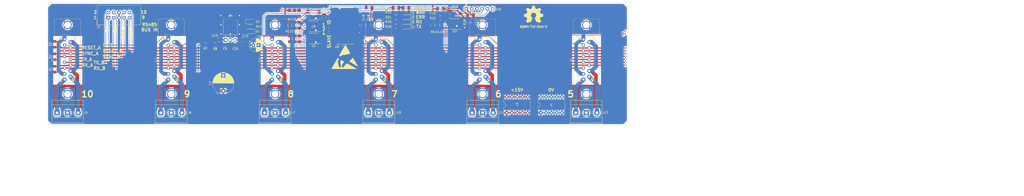
<source format=kicad_pcb>
(kicad_pcb (version 20171130) (host pcbnew "(5.0.0-rc2-dev-451-g0294e41cb)")
  (layers (0 F.Cu signal) (31 B.Cu signal) (34 B.Paste user) (35 F.Paste user) (36 B.SilkS user) (37 F.SilkS user) (38 B.Mask user) (39 F.Mask user) (44 Edge.Cuts user))
  (net 0 "")
  (net 1 +15V)
  (net 2 GND)
  (net 3 "Net-(C3-Pad1)")
  (net 4 "Net-(C4-Pad1)")
  (net 5 "Net-(C5-Pad1)")
  (net 6 "Net-(C10-Pad1)")
  (net 7 "Net-(C11-Pad1)")
  (net 8 +5V)
  (net 9 "Net-(C13-Pad1)")
  (net 10 "Net-(C17-Pad1)")
  (net 11 "Net-(C18-Pad1)")
  (net 12 "Net-(D1-Pad2)")
  (net 13 "Net-(D2-Pad2)")
  (net 14 "Net-(D3-Pad2)")
  (net 15 "Net-(D4-Pad2)")
  (net 16 "Net-(D5-Pad2)")
  (net 17 "Net-(D6-Pad2)")
  (net 18 "Net-(D7-Pad2)")
  (net 19 TX_A)
  (net 20 TX_B)
  (net 21 RX_A)
  (net 22 RX_B)
  (net 23 SYNC_A)
  (net 24 SYNC_B)
  (net 25 RESET_A)
  (net 26 RESET_B)
  (net 27 /PWMO1_1)
  (net 28 /PWMO2_1)
  (net 29 /PWMO2_2)
  (net 30 /PWMO1_2)
  (net 31 /PWMO1_3)
  (net 32 /PWMO2_3)
  (net 33 ID_1)
  (net 34 /PWMO2_6)
  (net 35 ID_6)
  (net 36 /PWMO1_6)
  (net 37 /PWMO2_4)
  (net 38 /PWMO1_4)
  (net 39 /PWMO1_5)
  (net 40 /PWMO2_5)
  (net 41 ID_2)
  (net 42 ID_7)
  (net 43 ID_3)
  (net 44 ID_8)
  (net 45 ID_4)
  (net 46 ID_9)
  (net 47 ID_5)
  (net 48 ID_10)
  (net 49 VPP)
  (net 50 ICSPDAT)
  (net 51 ICSPCLK)
  (net 52 "Net-(J25-Pad6)")
  (net 53 RST)
  (net 54 "Net-(R7-Pad1)")
  (net 55 "Net-(R9-Pad1)")
  (net 56 TX_ENA)
  (net 57 "Net-(R14-Pad1)")
  (net 58 "Net-(R15-Pad1)")
  (net 59 "Net-(R16-Pad1)")
  (net 60 "Net-(R22-Pad1)")
  (net 61 "Net-(R23-Pad1)")
  (net 62 "Net-(R24-Pad1)")
  (net 63 "Net-(R25-Pad1)")
  (net 64 "Net-(R26-Pad1)")
  (net 65 SYNC)
  (net 66 RX)
  (net 67 "Net-(U5-Pad1)")
  (net 68 TX)
  (module Package_SO:SOIC-8_3.9x4.9mm_P1.27mm (layer F.Cu) (at 169.9768 174.3964 180)
    (fp_text reference U5 (at 0 0 180) (layer F.SilkS))
    (fp_text value ST485EBDR)
    (pad 1 smd rect (at -2.7 -1.905 180) (size 1.55 0.6) (layers F.Cu F.Paste F.Mask) (net 67 "Net-(U5-Pad1)"))
    (pad 2 smd rect (at -2.7 -0.635 180) (size 1.55 0.6) (layers F.Cu F.Paste F.Mask) (net 7 "Net-(C11-Pad1)"))
    (pad 3 smd rect (at -2.7 0.635 180) (size 1.55 0.6) (layers F.Cu F.Paste F.Mask) (net 56 TX_ENA))
    (pad 4 smd rect (at -2.7 1.905 180) (size 1.55 0.6) (layers F.Cu F.Paste F.Mask) (net 68 TX))
    (pad 5 smd rect (at 2.7 1.905 180) (size 1.55 0.6) (layers F.Cu F.Paste F.Mask) (net 2 GND))
    (pad 6 smd rect (at 2.7 0.635 180) (size 1.55 0.6) (layers F.Cu F.Paste F.Mask) (net 19 TX_A))
    (pad 7 smd rect (at 2.7 -0.635 180) (size 1.55 0.6) (layers F.Cu F.Paste F.Mask) (net 20 TX_B))
    (pad 8 smd rect (at 2.7 -1.905 180) (size 1.55 0.6) (layers F.Cu F.Paste F.Mask) (net 7 "Net-(C11-Pad1)"))
  )
  (module Resistor_SMD:R_1206_3216Metric (layer F.Cu) (at 117.856 183.261 180)
    (fp_text reference R7 (at 0 -1.905 180) (layer F.SilkS))
    (fp_text value R)
    (pad 1 smd roundrect (at -1.4 0 180) (size 1.25 1.75) (layers F.Cu F.Paste F.Mask) (roundrect_rratio 0.2) (net 54 "Net-(R7-Pad1)"))
    (pad 2 smd roundrect (at 1.4 0 180) (size 1.25 1.75) (layers F.Cu F.Paste F.Mask) (roundrect_rratio 0.2) (net 1 +15V))
  )
  (module Capacitor_THT:CP_Radial_D10.0mm_P7.50mm (layer F.Cu) (at 126.5 205.5 90)
    (fp_text reference C2 (at 3.75 -6.25 90) (layer F.SilkS))
    (fp_text value 470u)
    (pad 2 thru_hole circle (at 7.5 0 90) (size 2 2) (drill 1) (layers *.Cu *.Mask) (net 2 GND))
    (pad 1 thru_hole rect (at 0 0 90) (size 2 2) (drill 1) (layers *.Cu *.Mask) (net 1 +15V))
  )
  (module Capacitor_SMD:C_1206_3216Metric (layer F.Cu) (at 162.9918 168.021 90)
    (fp_text reference C3 (at -2.921 0 180) (layer F.SilkS))
    (fp_text value C)
    (pad 1 smd roundrect (at -1.4 0 90) (size 1.25 1.75) (layers F.Cu F.Paste F.Mask) (roundrect_rratio 0.2) (net 3 "Net-(C3-Pad1)"))
    (pad 2 smd roundrect (at 1.4 0 90) (size 1.25 1.75) (layers F.Cu F.Paste F.Mask) (roundrect_rratio 0.2) (net 2 GND))
  )
  (module Capacitor_SMD:C_1206_3216Metric (layer F.Cu) (at 160.782 180.34 90)
    (fp_text reference C4 (at -3.302 0 90) (layer F.SilkS))
    (fp_text value C)
    (pad 1 smd roundrect (at -1.4 0 90) (size 1.25 1.75) (layers F.Cu F.Paste F.Mask) (roundrect_rratio 0.2) (net 4 "Net-(C4-Pad1)"))
    (pad 2 smd roundrect (at 1.4 0 90) (size 1.25 1.75) (layers F.Cu F.Paste F.Mask) (roundrect_rratio 0.2) (net 2 GND))
  )
  (module Capacitor_SMD:C_1206_3216Metric (layer F.Cu) (at 229.616 173.736 90)
    (fp_text reference C5 (at -3.302 0 180) (layer F.SilkS))
    (fp_text value C)
    (pad 2 smd roundrect (at 1.4 0 90) (size 1.25 1.75) (layers F.Cu F.Paste F.Mask) (roundrect_rratio 0.2) (net 2 GND))
    (pad 1 smd roundrect (at -1.4 0 90) (size 1.25 1.75) (layers F.Cu F.Paste F.Mask) (roundrect_rratio 0.2) (net 5 "Net-(C5-Pad1)"))
  )
  (module Capacitor_SMD:C_1206_3216Metric (layer F.Cu) (at 160.7058 168.021 90)
    (fp_text reference C6 (at -2.921 0 180) (layer F.SilkS))
    (fp_text value C)
    (pad 2 smd roundrect (at 1.4 0 90) (size 1.25 1.75) (layers F.Cu F.Paste F.Mask) (roundrect_rratio 0.2) (net 2 GND))
    (pad 1 smd roundrect (at -1.4 0 90) (size 1.25 1.75) (layers F.Cu F.Paste F.Mask) (roundrect_rratio 0.2) (net 3 "Net-(C3-Pad1)"))
  )
  (module Capacitor_SMD:C_1206_3216Metric (layer F.Cu) (at 163.068 180.34 90)
    (fp_text reference C7 (at -3.302 0 90) (layer F.SilkS))
    (fp_text value C)
    (pad 1 smd roundrect (at -1.4 0 90) (size 1.25 1.75) (layers F.Cu F.Paste F.Mask) (roundrect_rratio 0.2) (net 4 "Net-(C4-Pad1)"))
    (pad 2 smd roundrect (at 1.4 0 90) (size 1.25 1.75) (layers F.Cu F.Paste F.Mask) (roundrect_rratio 0.2) (net 2 GND))
  )
  (module Capacitor_SMD:C_1206_3216Metric (layer F.Cu) (at 231.902 173.736 90)
    (fp_text reference C8 (at -3.302 0 180) (layer F.SilkS))
    (fp_text value C)
    (pad 1 smd roundrect (at -1.4 0 90) (size 1.25 1.75) (layers F.Cu F.Paste F.Mask) (roundrect_rratio 0.2) (net 5 "Net-(C5-Pad1)"))
    (pad 2 smd roundrect (at 1.4 0 90) (size 1.25 1.75) (layers F.Cu F.Paste F.Mask) (roundrect_rratio 0.2) (net 2 GND))
  )
  (module Capacitor_SMD:C_1206_3216Metric (layer F.Cu) (at 127.254 183.261)
    (fp_text reference C9 (at 0 1.905) (layer F.SilkS))
    (fp_text value C)
    (pad 1 smd roundrect (at -1.4 0) (size 1.25 1.75) (layers F.Cu F.Paste F.Mask) (roundrect_rratio 0.2) (net 6 "Net-(C10-Pad1)"))
    (pad 2 smd roundrect (at 1.4 0) (size 1.25 1.75) (layers F.Cu F.Paste F.Mask) (roundrect_rratio 0.2) (net 2 GND))
  )
  (module Capacitor_SMD:C_1206_3216Metric (layer F.Cu) (at 124.206 180.848 180)
    (fp_text reference C10 (at 1.778 2.032 180) (layer F.SilkS))
    (fp_text value C)
    (pad 2 smd roundrect (at 1.4 0 180) (size 1.25 1.75) (layers F.Cu F.Paste F.Mask) (roundrect_rratio 0.2) (net 2 GND))
    (pad 1 smd roundrect (at -1.4 0 180) (size 1.25 1.75) (layers F.Cu F.Paste F.Mask) (roundrect_rratio 0.2) (net 6 "Net-(C10-Pad1)"))
  )
  (module Capacitor_SMD:C_1206_3216Metric (layer F.Cu) (at 160.7566 173.8406 90)
    (fp_text reference C11 (at -2.918 0.0762 180) (layer F.SilkS))
    (fp_text value C)
    (pad 2 smd roundrect (at 1.4 0 90) (size 1.25 1.75) (layers F.Cu F.Paste F.Mask) (roundrect_rratio 0.2) (net 2 GND))
    (pad 1 smd roundrect (at -1.4 0 90) (size 1.25 1.75) (layers F.Cu F.Paste F.Mask) (roundrect_rratio 0.2) (net 7 "Net-(C11-Pad1)"))
  )
  (module Capacitor_SMD:C_1206_3216Metric (layer F.Cu) (at 135.636 180.848)
    (fp_text reference C12 (at 1.524 -1.905) (layer F.SilkS))
    (fp_text value C)
    (pad 1 smd roundrect (at -1.4 0) (size 1.25 1.75) (layers F.Cu F.Paste F.Mask) (roundrect_rratio 0.2) (net 8 +5V))
    (pad 2 smd roundrect (at 1.4 0) (size 1.25 1.75) (layers F.Cu F.Paste F.Mask) (roundrect_rratio 0.2) (net 2 GND))
  )
  (module Capacitor_SMD:C_1206_3216Metric (layer F.Cu) (at 231.14 168.148 180)
    (fp_text reference C13 (at 3.81 0 180) (layer F.SilkS))
    (fp_text value C)
    (pad 1 smd roundrect (at -1.4 0 180) (size 1.25 1.75) (layers F.Cu F.Paste F.Mask) (roundrect_rratio 0.2) (net 9 "Net-(C13-Pad1)"))
    (pad 2 smd roundrect (at 1.4 0 180) (size 1.25 1.75) (layers F.Cu F.Paste F.Mask) (roundrect_rratio 0.2) (net 2 GND))
  )
  (module Capacitor_SMD:C_1206_3216Metric (layer F.Cu) (at 163.0426 173.8406 90)
    (fp_text reference C14 (at -2.918 0.635 180) (layer F.SilkS))
    (fp_text value C)
    (pad 2 smd roundrect (at 1.4 0 90) (size 1.25 1.75) (layers F.Cu F.Paste F.Mask) (roundrect_rratio 0.2) (net 2 GND))
    (pad 1 smd roundrect (at -1.4 0 90) (size 1.25 1.75) (layers F.Cu F.Paste F.Mask) (roundrect_rratio 0.2) (net 7 "Net-(C11-Pad1)"))
  )
  (module Capacitor_SMD:C_1206_3216Metric (layer F.Cu) (at 132.334 183.261 180)
    (fp_text reference C15 (at 0 -1.905 180) (layer F.SilkS))
    (fp_text value C)
    (pad 2 smd roundrect (at 1.4 0 180) (size 1.25 1.75) (layers F.Cu F.Paste F.Mask) (roundrect_rratio 0.2) (net 2 GND))
    (pad 1 smd roundrect (at -1.4 0 180) (size 1.25 1.75) (layers F.Cu F.Paste F.Mask) (roundrect_rratio 0.2) (net 8 +5V))
  )
  (module Capacitor_SMD:C_1206_3216Metric (layer F.Cu) (at 246.888 172.466 270)
    (fp_text reference C17 (at 0 -1.82 270) (layer F.SilkS))
    (fp_text value C)
    (pad 2 smd roundrect (at 1.4 0 270) (size 1.25 1.75) (layers F.Cu F.Paste F.Mask) (roundrect_rratio 0.2) (net 2 GND))
    (pad 1 smd roundrect (at -1.4 0 270) (size 1.25 1.75) (layers F.Cu F.Paste F.Mask) (roundrect_rratio 0.2) (net 10 "Net-(C17-Pad1)"))
  )
  (module Capacitor_SMD:C_1206_3216Metric (layer F.Cu) (at 196.342 173.736 90)
    (fp_text reference C18 (at 3.556 0.127 90) (layer F.SilkS))
    (fp_text value C)
    (pad 1 smd roundrect (at -1.4 0 90) (size 1.25 1.75) (layers F.Cu F.Paste F.Mask) (roundrect_rratio 0.2) (net 11 "Net-(C18-Pad1)"))
    (pad 2 smd roundrect (at 1.4 0 90) (size 1.25 1.75) (layers F.Cu F.Paste F.Mask) (roundrect_rratio 0.2) (net 2 GND))
  )
  (module Capacitor_SMD:C_1206_3216Metric (layer F.Cu) (at 194.056 173.736 90)
    (fp_text reference C19 (at 3.556 0 90) (layer F.SilkS))
    (fp_text value C)
    (pad 2 smd roundrect (at 1.4 0 90) (size 1.25 1.75) (layers F.Cu F.Paste F.Mask) (roundrect_rratio 0.2) (net 2 GND))
    (pad 1 smd roundrect (at -1.4 0 90) (size 1.25 1.75) (layers F.Cu F.Paste F.Mask) (roundrect_rratio 0.2) (net 11 "Net-(C18-Pad1)"))
  )
  (module Diode_SMD:D_1206_3216Metric (layer F.Cu) (at 139.446 176.784 180)
    (fp_text reference D1 (at -3.683 0 180) (layer F.SilkS))
    (fp_text value D_Zener)
    (pad 1 smd roundrect (at -1.4 0 180) (size 1.25 1.75) (layers F.Cu F.Paste F.Mask) (roundrect_rratio 0.2) (net 8 +5V))
    (pad 2 smd roundrect (at 1.4 0 180) (size 1.25 1.75) (layers F.Cu F.Paste F.Mask) (roundrect_rratio 0.2) (net 12 "Net-(D1-Pad2)"))
  )
  (module Diode_SMD:D_1206_3216Metric (layer F.Cu) (at 139.446 172.085)
    (fp_text reference D2 (at 3.556 0) (layer F.SilkS))
    (fp_text value LED)
    (pad 2 smd roundrect (at 1.4 0) (size 1.25 1.75) (layers F.Cu F.Paste F.Mask) (roundrect_rratio 0.2) (net 13 "Net-(D2-Pad2)"))
    (pad 1 smd roundrect (at -1.4 0) (size 1.25 1.75) (layers F.Cu F.Paste F.Mask) (roundrect_rratio 0.2) (net 2 GND))
  )
  (module Diode_SMD:D_1206_3216Metric (layer F.Cu) (at 214.5 165.354 180)
    (fp_text reference D3 (at -3.432 0 270) (layer F.SilkS))
    (fp_text value "LED GR")
    (pad 2 smd roundrect (at 1.4 0 180) (size 1.25 1.75) (layers F.Cu F.Paste F.Mask) (roundrect_rratio 0.2) (net 14 "Net-(D3-Pad2)"))
    (pad 1 smd roundrect (at -1.4 0 180) (size 1.25 1.75) (layers F.Cu F.Paste F.Mask) (roundrect_rratio 0.2) (net 2 GND))
  )
  (module Diode_SMD:D_1206_3216Metric (layer F.Cu) (at 214.5 167.64 180)
    (fp_text reference D4 (at -3.432 0 270) (layer F.SilkS))
    (fp_text value "LED YE")
    (pad 1 smd roundrect (at -1.4 0 180) (size 1.25 1.75) (layers F.Cu F.Paste F.Mask) (roundrect_rratio 0.2) (net 2 GND))
    (pad 2 smd roundrect (at 1.4 0 180) (size 1.25 1.75) (layers F.Cu F.Paste F.Mask) (roundrect_rratio 0.2) (net 15 "Net-(D4-Pad2)"))
  )
  (module Diode_SMD:D_1206_3216Metric (layer F.Cu) (at 214.5 169.926 180)
    (fp_text reference D5 (at -3.432 0 270) (layer F.SilkS))
    (fp_text value "LED RD")
    (pad 2 smd roundrect (at 1.4 0 180) (size 1.25 1.75) (layers F.Cu F.Paste F.Mask) (roundrect_rratio 0.2) (net 16 "Net-(D5-Pad2)"))
    (pad 1 smd roundrect (at -1.4 0 180) (size 1.25 1.75) (layers F.Cu F.Paste F.Mask) (roundrect_rratio 0.2) (net 2 GND))
  )
  (module Diode_SMD:D_1206_3216Metric (layer F.Cu) (at 214.5 172.212 180)
    (fp_text reference D6 (at -3.432 0 270) (layer F.SilkS))
    (fp_text value "LED GR")
    (pad 1 smd roundrect (at -1.4 0 180) (size 1.25 1.75) (layers F.Cu F.Paste F.Mask) (roundrect_rratio 0.2) (net 2 GND))
    (pad 2 smd roundrect (at 1.4 0 180) (size 1.25 1.75) (layers F.Cu F.Paste F.Mask) (roundrect_rratio 0.2) (net 17 "Net-(D6-Pad2)"))
  )
  (module Diode_SMD:D_1206_3216Metric (layer F.Cu) (at 214.5 174.498 180)
    (fp_text reference D7 (at -3.432 0 270) (layer F.SilkS))
    (fp_text value "LED GR")
    (pad 1 smd roundrect (at -1.4 0 180) (size 1.25 1.75) (layers F.Cu F.Paste F.Mask) (roundrect_rratio 0.2) (net 2 GND))
    (pad 2 smd roundrect (at 1.4 0 180) (size 1.25 1.75) (layers F.Cu F.Paste F.Mask) (roundrect_rratio 0.2) (net 18 "Net-(D7-Pad2)"))
  )
  (module Connector_IDC:IDC-Header_2x05_P2.54mm_Vertical (layer F.Cu) (at 71.12 170.18 90)
    (fp_text reference J1 (at -4.572 -4.826 180) (layer F.SilkS))
    (fp_text value Conn_02x05_Odd_Even)
    (pad 1 thru_hole rect (at 0 0 90) (size 1.7272 1.7272) (drill 1.016) (layers *.Cu *.Mask) (net 19 TX_A))
    (pad 2 thru_hole oval (at 2.54 0 90) (size 1.7272 1.7272) (drill 1.016) (layers *.Cu *.Mask) (net 20 TX_B))
    (pad 3 thru_hole oval (at 0 2.54 90) (size 1.7272 1.7272) (drill 1.016) (layers *.Cu *.Mask) (net 21 RX_A))
    (pad 4 thru_hole oval (at 2.54 2.54 90) (size 1.7272 1.7272) (drill 1.016) (layers *.Cu *.Mask) (net 22 RX_B))
    (pad 5 thru_hole oval (at 0 5.08 90) (size 1.7272 1.7272) (drill 1.016) (layers *.Cu *.Mask) (net 2 GND))
    (pad 6 thru_hole oval (at 2.54 5.08 90) (size 1.7272 1.7272) (drill 1.016) (layers *.Cu *.Mask) (net 2 GND))
    (pad 7 thru_hole oval (at 0 7.62 90) (size 1.7272 1.7272) (drill 1.016) (layers *.Cu *.Mask) (net 23 SYNC_A))
    (pad 8 thru_hole oval (at 2.54 7.62 90) (size 1.7272 1.7272) (drill 1.016) (layers *.Cu *.Mask) (net 24 SYNC_B))
    (pad 9 thru_hole oval (at 0 10.16 90) (size 1.7272 1.7272) (drill 1.016) (layers *.Cu *.Mask) (net 25 RESET_A))
    (pad 10 thru_hole oval (at 2.54 10.16 90) (size 1.7272 1.7272) (drill 1.016) (layers *.Cu *.Mask) (net 26 RESET_B))
  )
  (module Package_DIP:DIP-10_W7.62mm (layer F.Cu) (at 263 216 90)
    (fp_text reference J3 (at 4 5 90) (layer F.SilkS))
    (fp_text value PowerBug+15V)
    (pad 1 thru_hole rect (at 0 0 90) (size 1.6 1.6) (drill 0.8) (layers *.Cu *.Mask) (net 1 +15V))
    (pad 6 thru_hole oval (at 7.62 10.16 90) (size 1.6 1.6) (drill 0.8) (layers *.Cu *.Mask) (net 1 +15V))
    (pad 2 thru_hole oval (at 0 2.54 90) (size 1.6 1.6) (drill 0.8) (layers *.Cu *.Mask) (net 1 +15V))
    (pad 7 thru_hole oval (at 7.62 7.62 90) (size 1.6 1.6) (drill 0.8) (layers *.Cu *.Mask) (net 1 +15V))
    (pad 3 thru_hole oval (at 0 5.08 90) (size 1.6 1.6) (drill 0.8) (layers *.Cu *.Mask) (net 1 +15V))
    (pad 8 thru_hole oval (at 7.62 5.08 90) (size 1.6 1.6) (drill 0.8) (layers *.Cu *.Mask) (net 1 +15V))
    (pad 4 thru_hole oval (at 0 7.62 90) (size 1.6 1.6) (drill 0.8) (layers *.Cu *.Mask) (net 1 +15V))
    (pad 9 thru_hole oval (at 7.62 2.54 90) (size 1.6 1.6) (drill 0.8) (layers *.Cu *.Mask) (net 1 +15V))
    (pad 5 thru_hole oval (at 0 10.16 90) (size 1.6 1.6) (drill 0.8) (layers *.Cu *.Mask) (net 1 +15V))
    (pad 10 thru_hole oval (at 7.62 0 90) (size 1.6 1.6) (drill 0.8) (layers *.Cu *.Mask) (net 1 +15V))
  )
  (module Package_DIP:DIP-10_W7.62mm (layer F.Cu) (at 279.5 216 90)
    (fp_text reference J4 (at 3.656 4.98 90) (layer F.SilkS))
    (fp_text value PowerBug_GND)
    (pad 10 thru_hole oval (at 7.62 0 90) (size 1.6 1.6) (drill 0.8) (layers *.Cu *.Mask) (net 2 GND))
    (pad 5 thru_hole oval (at 0 10.16 90) (size 1.6 1.6) (drill 0.8) (layers *.Cu *.Mask) (net 2 GND))
    (pad 9 thru_hole oval (at 7.62 2.54 90) (size 1.6 1.6) (drill 0.8) (layers *.Cu *.Mask) (net 2 GND))
    (pad 4 thru_hole oval (at 0 7.62 90) (size 1.6 1.6) (drill 0.8) (layers *.Cu *.Mask) (net 2 GND))
    (pad 8 thru_hole oval (at 7.62 5.08 90) (size 1.6 1.6) (drill 0.8) (layers *.Cu *.Mask) (net 2 GND))
    (pad 3 thru_hole oval (at 0 5.08 90) (size 1.6 1.6) (drill 0.8) (layers *.Cu *.Mask) (net 2 GND))
    (pad 7 thru_hole oval (at 7.62 7.62 90) (size 1.6 1.6) (drill 0.8) (layers *.Cu *.Mask) (net 2 GND))
    (pad 2 thru_hole oval (at 0 2.54 90) (size 1.6 1.6) (drill 0.8) (layers *.Cu *.Mask) (net 2 GND))
    (pad 6 thru_hole oval (at 7.62 10.16 90) (size 1.6 1.6) (drill 0.8) (layers *.Cu *.Mask) (net 2 GND))
    (pad 1 thru_hole rect (at 0 0 90) (size 1.6 1.6) (drill 0.8) (layers *.Cu *.Mask) (net 2 GND))
  )
  (module TerminalBlock_Phoenix:TerminalBlock_Phoenix_MKDS-3-3-5.08_1x03_P5.08mm_Horizontal (layer F.Cu) (at 46.35 216)
    (fp_text reference J5 (at 13.848 -0.1) (layer F.SilkS))
    (fp_text value Conn_01x03)
    (pad 3 thru_hole circle (at 10.16 0) (size 2.6 2.6) (drill 1.3) (layers *.Cu *.Mask) (net 27 /PWMO1_1))
    (pad 2 thru_hole circle (at 5.08 0) (size 2.6 2.6) (drill 1.3) (layers *.Cu *.Mask) (net 2 GND))
    (pad 1 thru_hole rect (at 0 0) (size 2.6 2.6) (drill 1.3) (layers *.Cu *.Mask) (net 28 /PWMO2_1))
  )
  (module TerminalBlock_Phoenix:TerminalBlock_Phoenix_MKDS-3-3-5.08_1x03_P5.08mm_Horizontal (layer F.Cu) (at 96.35 216)
    (fp_text reference J6 (at 13.886 -0.1) (layer F.SilkS))
    (fp_text value Conn_01x03)
    (pad 1 thru_hole rect (at 0 0) (size 2.6 2.6) (drill 1.3) (layers *.Cu *.Mask) (net 29 /PWMO2_2))
    (pad 2 thru_hole circle (at 5.08 0) (size 2.6 2.6) (drill 1.3) (layers *.Cu *.Mask) (net 2 GND))
    (pad 3 thru_hole circle (at 10.16 0) (size 2.6 2.6) (drill 1.3) (layers *.Cu *.Mask) (net 30 /PWMO1_2))
  )
  (module TerminalBlock_Phoenix:TerminalBlock_Phoenix_MKDS-3-3-5.08_1x03_P5.08mm_Horizontal (layer F.Cu) (at 146.35 216)
    (fp_text reference J7 (at 13.924 -0.1) (layer F.SilkS))
    (fp_text value Conn_01x03)
    (pad 3 thru_hole circle (at 10.16 0) (size 2.6 2.6) (drill 1.3) (layers *.Cu *.Mask) (net 31 /PWMO1_3))
    (pad 2 thru_hole circle (at 5.08 0) (size 2.6 2.6) (drill 1.3) (layers *.Cu *.Mask) (net 2 GND))
    (pad 1 thru_hole rect (at 0 0) (size 2.6 2.6) (drill 1.3) (layers *.Cu *.Mask) (net 32 /PWMO2_3))
  )
  (module Connector_Dsub:DSUB-15_Female_Vertical_P2.77x2.84mm_MountingHoles (layer B.Cu) (at 50 200 270)
    (fp_text reference J8 (at -9.695 5.89 270) (layer B.SilkS) (effects (justify mirror)))
    (fp_text value DB15_Female_MountingHoles)
    (pad 1 thru_hole rect (at 0 0 270) (size 1.6 1.6) (drill 1) (layers *.Cu *.Mask) (net 28 /PWMO2_1))
    (pad 2 thru_hole circle (at -2.77 0 270) (size 1.6 1.6) (drill 1) (layers *.Cu *.Mask) (net 2 GND))
    (pad 3 thru_hole circle (at -5.54 0 270) (size 1.6 1.6) (drill 1) (layers *.Cu *.Mask) (net 22 RX_B))
    (pad 4 thru_hole circle (at -8.31 0 270) (size 1.6 1.6) (drill 1) (layers *.Cu *.Mask) (net 20 TX_B))
    (pad 5 thru_hole circle (at -11.08 0 270) (size 1.6 1.6) (drill 1) (layers *.Cu *.Mask) (net 24 SYNC_B))
    (pad 6 thru_hole circle (at -13.85 0 270) (size 1.6 1.6) (drill 1) (layers *.Cu *.Mask) (net 26 RESET_B))
    (pad 7 thru_hole circle (at -16.62 0 270) (size 1.6 1.6) (drill 1) (layers *.Cu *.Mask) (net 33 ID_1))
    (pad 8 thru_hole circle (at -19.39 0 270) (size 1.6 1.6) (drill 1) (layers *.Cu *.Mask) (net 2 GND))
    (pad 9 thru_hole circle (at -1.385 -2.84 270) (size 1.6 1.6) (drill 1) (layers *.Cu *.Mask) (net 27 /PWMO1_1))
    (pad 10 thru_hole circle (at -4.155 -2.84 270) (size 1.6 1.6) (drill 1) (layers *.Cu *.Mask) (net 1 +15V))
    (pad 11 thru_hole circle (at -6.925 -2.84 270) (size 1.6 1.6) (drill 1) (layers *.Cu *.Mask) (net 21 RX_A))
    (pad 12 thru_hole circle (at -9.695 -2.84 270) (size 1.6 1.6) (drill 1) (layers *.Cu *.Mask) (net 19 TX_A))
    (pad 13 thru_hole circle (at -12.465 -2.84 270) (size 1.6 1.6) (drill 1) (layers *.Cu *.Mask) (net 23 SYNC_A))
    (pad 14 thru_hole circle (at -15.235 -2.84 270) (size 1.6 1.6) (drill 1) (layers *.Cu *.Mask) (net 25 RESET_A))
    (pad 15 thru_hole circle (at -18.005 -2.84 270) (size 1.6 1.6) (drill 1) (layers *.Cu *.Mask) (net 1 +15V))
    (pad 0 thru_hole circle (at -26.345 -1.42 270) (size 4 4) (drill 3.2) (layers *.Cu *.Mask) (net 2 GND))
    (pad 0 thru_hole circle (at 6.955 -1.42 270) (size 4 4) (drill 3.2) (layers *.Cu *.Mask) (net 2 GND))
  )
  (module Connector_Dsub:DSUB-15_Female_Vertical_P2.77x2.84mm_MountingHoles (layer B.Cu) (at 300 200 270)
    (fp_text reference J9 (at -9.695 5.89 270) (layer B.SilkS) (effects (justify mirror)))
    (fp_text value DB15_Female_MountingHoles)
    (pad 1 thru_hole rect (at 0 0 270) (size 1.6 1.6) (drill 1) (layers *.Cu *.Mask) (net 34 /PWMO2_6))
    (pad 2 thru_hole circle (at -2.77 0 270) (size 1.6 1.6) (drill 1) (layers *.Cu *.Mask) (net 2 GND))
    (pad 3 thru_hole circle (at -5.54 0 270) (size 1.6 1.6) (drill 1) (layers *.Cu *.Mask) (net 22 RX_B))
    (pad 4 thru_hole circle (at -8.31 0 270) (size 1.6 1.6) (drill 1) (layers *.Cu *.Mask) (net 20 TX_B))
    (pad 5 thru_hole circle (at -11.08 0 270) (size 1.6 1.6) (drill 1) (layers *.Cu *.Mask) (net 24 SYNC_B))
    (pad 6 thru_hole circle (at -13.85 0 270) (size 1.6 1.6) (drill 1) (layers *.Cu *.Mask) (net 26 RESET_B))
    (pad 7 thru_hole circle (at -16.62 0 270) (size 1.6 1.6) (drill 1) (layers *.Cu *.Mask) (net 35 ID_6))
    (pad 8 thru_hole circle (at -19.39 0 270) (size 1.6 1.6) (drill 1) (layers *.Cu *.Mask) (net 2 GND))
    (pad 9 thru_hole circle (at -1.385 -2.84 270) (size 1.6 1.6) (drill 1) (layers *.Cu *.Mask) (net 36 /PWMO1_6))
    (pad 10 thru_hole circle (at -4.155 -2.84 270) (size 1.6 1.6) (drill 1) (layers *.Cu *.Mask) (net 1 +15V))
    (pad 11 thru_hole circle (at -6.925 -2.84 270) (size 1.6 1.6) (drill 1) (layers *.Cu *.Mask) (net 21 RX_A))
    (pad 12 thru_hole circle (at -9.695 -2.84 270) (size 1.6 1.6) (drill 1) (layers *.Cu *.Mask) (net 19 TX_A))
    (pad 13 thru_hole circle (at -12.465 -2.84 270) (size 1.6 1.6) (drill 1) (layers *.Cu *.Mask) (net 23 SYNC_A))
    (pad 14 thru_hole circle (at -15.235 -2.84 270) (size 1.6 1.6) (drill 1) (layers *.Cu *.Mask) (net 25 RESET_A))
    (pad 15 thru_hole circle (at -18.005 -2.84 270) (size 1.6 1.6) (drill 1) (layers *.Cu *.Mask) (net 1 +15V))
    (pad 0 thru_hole circle (at -26.345 -1.42 270) (size 4 4) (drill 3.2) (layers *.Cu *.Mask) (net 2 GND))
    (pad 0 thru_hole circle (at 6.955 -1.42 270) (size 4 4) (drill 3.2) (layers *.Cu *.Mask) (net 2 GND))
  )
  (module TerminalBlock_Phoenix:TerminalBlock_Phoenix_MKDS-3-3-5.08_1x03_P5.08mm_Horizontal (layer F.Cu) (at 196.35 216)
    (fp_text reference J10 (at 14.47 -0.1) (layer F.SilkS))
    (fp_text value Conn_01x03)
    (pad 1 thru_hole rect (at 0 0) (size 2.6 2.6) (drill 1.3) (layers *.Cu *.Mask) (net 37 /PWMO2_4))
    (pad 2 thru_hole circle (at 5.08 0) (size 2.6 2.6) (drill 1.3) (layers *.Cu *.Mask) (net 2 GND))
    (pad 3 thru_hole circle (at 10.16 0) (size 2.6 2.6) (drill 1.3) (layers *.Cu *.Mask) (net 38 /PWMO1_4))
  )
  (module TerminalBlock_Phoenix:TerminalBlock_Phoenix_MKDS-3-3-5.08_1x03_P5.08mm_Horizontal (layer F.Cu) (at 246.35 216)
    (fp_text reference J11 (at 14.254 -0.1) (layer F.SilkS))
    (fp_text value Conn_01x03)
    (pad 3 thru_hole circle (at 10.16 0) (size 2.6 2.6) (drill 1.3) (layers *.Cu *.Mask) (net 39 /PWMO1_5))
    (pad 2 thru_hole circle (at 5.08 0) (size 2.6 2.6) (drill 1.3) (layers *.Cu *.Mask) (net 2 GND))
    (pad 1 thru_hole rect (at 0 0) (size 2.6 2.6) (drill 1.3) (layers *.Cu *.Mask) (net 40 /PWMO2_5))
  )
  (module TerminalBlock_Phoenix:TerminalBlock_Phoenix_MKDS-3-3-5.08_1x03_P5.08mm_Horizontal (layer F.Cu) (at 296.35 216)
    (fp_text reference J12 (at 14.292 -0.1) (layer F.SilkS))
    (fp_text value Conn_01x03)
    (pad 1 thru_hole rect (at 0 0) (size 2.6 2.6) (drill 1.3) (layers *.Cu *.Mask) (net 34 /PWMO2_6))
    (pad 2 thru_hole circle (at 5.08 0) (size 2.6 2.6) (drill 1.3) (layers *.Cu *.Mask) (net 2 GND))
    (pad 3 thru_hole circle (at 10.16 0) (size 2.6 2.6) (drill 1.3) (layers *.Cu *.Mask) (net 36 /PWMO1_6))
  )
  (module Connector_Dsub:DSUB-15_Female_Vertical_P2.77x2.84mm_MountingHoles (layer B.Cu) (at 100 200 270)
    (fp_text reference J16 (at -9.695 5.89 270) (layer B.SilkS) (effects (justify mirror)))
    (fp_text value DB15_Female_MountingHoles)
    (pad 0 thru_hole circle (at 6.955 -1.42 270) (size 4 4) (drill 3.2) (layers *.Cu *.Mask) (net 2 GND))
    (pad 0 thru_hole circle (at -26.345 -1.42 270) (size 4 4) (drill 3.2) (layers *.Cu *.Mask) (net 2 GND))
    (pad 15 thru_hole circle (at -18.005 -2.84 270) (size 1.6 1.6) (drill 1) (layers *.Cu *.Mask) (net 1 +15V))
    (pad 14 thru_hole circle (at -15.235 -2.84 270) (size 1.6 1.6) (drill 1) (layers *.Cu *.Mask) (net 25 RESET_A))
    (pad 13 thru_hole circle (at -12.465 -2.84 270) (size 1.6 1.6) (drill 1) (layers *.Cu *.Mask) (net 23 SYNC_A))
    (pad 12 thru_hole circle (at -9.695 -2.84 270) (size 1.6 1.6) (drill 1) (layers *.Cu *.Mask) (net 19 TX_A))
    (pad 11 thru_hole circle (at -6.925 -2.84 270) (size 1.6 1.6) (drill 1) (layers *.Cu *.Mask) (net 21 RX_A))
    (pad 10 thru_hole circle (at -4.155 -2.84 270) (size 1.6 1.6) (drill 1) (layers *.Cu *.Mask) (net 1 +15V))
    (pad 9 thru_hole circle (at -1.385 -2.84 270) (size 1.6 1.6) (drill 1) (layers *.Cu *.Mask) (net 30 /PWMO1_2))
    (pad 8 thru_hole circle (at -19.39 0 270) (size 1.6 1.6) (drill 1) (layers *.Cu *.Mask) (net 2 GND))
    (pad 7 thru_hole circle (at -16.62 0 270) (size 1.6 1.6) (drill 1) (layers *.Cu *.Mask) (net 41 ID_2))
    (pad 6 thru_hole circle (at -13.85 0 270) (size 1.6 1.6) (drill 1) (layers *.Cu *.Mask) (net 26 RESET_B))
    (pad 5 thru_hole circle (at -11.08 0 270) (size 1.6 1.6) (drill 1) (layers *.Cu *.Mask) (net 24 SYNC_B))
    (pad 4 thru_hole circle (at -8.31 0 270) (size 1.6 1.6) (drill 1) (layers *.Cu *.Mask) (net 20 TX_B))
    (pad 3 thru_hole circle (at -5.54 0 270) (size 1.6 1.6) (drill 1) (layers *.Cu *.Mask) (net 22 RX_B))
    (pad 2 thru_hole circle (at -2.77 0 270) (size 1.6 1.6) (drill 1) (layers *.Cu *.Mask) (net 2 GND))
    (pad 1 thru_hole rect (at 0 0 270) (size 1.6 1.6) (drill 1) (layers *.Cu *.Mask) (net 29 /PWMO2_2))
  )
  (module Connector_Dsub:DSUB-15_Female_Vertical_P2.77x2.84mm_MountingHoles (layer B.Cu) (at 150 200 270)
    (fp_text reference J19 (at -9.695 5.89 270) (layer B.SilkS) (effects (justify mirror)))
    (fp_text value DB15_Female_MountingHoles)
    (pad 1 thru_hole rect (at 0 0 270) (size 1.6 1.6) (drill 1) (layers *.Cu *.Mask) (net 32 /PWMO2_3))
    (pad 2 thru_hole circle (at -2.77 0 270) (size 1.6 1.6) (drill 1) (layers *.Cu *.Mask) (net 2 GND))
    (pad 3 thru_hole circle (at -5.54 0 270) (size 1.6 1.6) (drill 1) (layers *.Cu *.Mask) (net 22 RX_B))
    (pad 4 thru_hole circle (at -8.31 0 270) (size 1.6 1.6) (drill 1) (layers *.Cu *.Mask) (net 20 TX_B))
    (pad 5 thru_hole circle (at -11.08 0 270) (size 1.6 1.6) (drill 1) (layers *.Cu *.Mask) (net 24 SYNC_B))
    (pad 6 thru_hole circle (at -13.85 0 270) (size 1.6 1.6) (drill 1) (layers *.Cu *.Mask) (net 26 RESET_B))
    (pad 7 thru_hole circle (at -16.62 0 270) (size 1.6 1.6) (drill 1) (layers *.Cu *.Mask) (net 43 ID_3))
    (pad 8 thru_hole circle (at -19.39 0 270) (size 1.6 1.6) (drill 1) (layers *.Cu *.Mask) (net 2 GND))
    (pad 9 thru_hole circle (at -1.385 -2.84 270) (size 1.6 1.6) (drill 1) (layers *.Cu *.Mask) (net 31 /PWMO1_3))
    (pad 10 thru_hole circle (at -4.155 -2.84 270) (size 1.6 1.6) (drill 1) (layers *.Cu *.Mask) (net 1 +15V))
    (pad 11 thru_hole circle (at -6.925 -2.84 270) (size 1.6 1.6) (drill 1) (layers *.Cu *.Mask) (net 21 RX_A))
    (pad 12 thru_hole circle (at -9.695 -2.84 270) (size 1.6 1.6) (drill 1) (layers *.Cu *.Mask) (net 19 TX_A))
    (pad 13 thru_hole circle (at -12.465 -2.84 270) (size 1.6 1.6) (drill 1) (layers *.Cu *.Mask) (net 23 SYNC_A))
    (pad 14 thru_hole circle (at -15.235 -2.84 270) (size 1.6 1.6) (drill 1) (layers *.Cu *.Mask) (net 25 RESET_A))
    (pad 15 thru_hole circle (at -18.005 -2.84 270) (size 1.6 1.6) (drill 1) (layers *.Cu *.Mask) (net 1 +15V))
    (pad 0 thru_hole circle (at -26.345 -1.42 270) (size 4 4) (drill 3.2) (layers *.Cu *.Mask) (net 2 GND))
    (pad 0 thru_hole circle (at 6.955 -1.42 270) (size 4 4) (drill 3.2) (layers *.Cu *.Mask) (net 2 GND))
  )
  (module Connector_Dsub:DSUB-15_Female_Vertical_P2.77x2.84mm_MountingHoles (layer B.Cu) (at 200 200 270)
    (fp_text reference J21 (at -9.695 5.89 270) (layer B.SilkS) (effects (justify mirror)))
    (fp_text value DB15_Female_MountingHoles)
    (pad 0 thru_hole circle (at 6.955 -1.42 270) (size 4 4) (drill 3.2) (layers *.Cu *.Mask) (net 2 GND))
    (pad 0 thru_hole circle (at -26.345 -1.42 270) (size 4 4) (drill 3.2) (layers *.Cu *.Mask) (net 2 GND))
    (pad 15 thru_hole circle (at -18.005 -2.84 270) (size 1.6 1.6) (drill 1) (layers *.Cu *.Mask) (net 1 +15V))
    (pad 14 thru_hole circle (at -15.235 -2.84 270) (size 1.6 1.6) (drill 1) (layers *.Cu *.Mask) (net 25 RESET_A))
    (pad 13 thru_hole circle (at -12.465 -2.84 270) (size 1.6 1.6) (drill 1) (layers *.Cu *.Mask) (net 23 SYNC_A))
    (pad 12 thru_hole circle (at -9.695 -2.84 270) (size 1.6 1.6) (drill 1) (layers *.Cu *.Mask) (net 19 TX_A))
    (pad 11 thru_hole circle (at -6.925 -2.84 270) (size 1.6 1.6) (drill 1) (layers *.Cu *.Mask) (net 21 RX_A))
    (pad 10 thru_hole circle (at -4.155 -2.84 270) (size 1.6 1.6) (drill 1) (layers *.Cu *.Mask) (net 1 +15V))
    (pad 9 thru_hole circle (at -1.385 -2.84 270) (size 1.6 1.6) (drill 1) (layers *.Cu *.Mask) (net 38 /PWMO1_4))
    (pad 8 thru_hole circle (at -19.39 0 270) (size 1.6 1.6) (drill 1) (layers *.Cu *.Mask) (net 2 GND))
    (pad 7 thru_hole circle (at -16.62 0 270) (size 1.6 1.6) (drill 1) (layers *.Cu *.Mask) (net 45 ID_4))
    (pad 6 thru_hole circle (at -13.85 0 270) (size 1.6 1.6) (drill 1) (layers *.Cu *.Mask) (net 26 RESET_B))
    (pad 5 thru_hole circle (at -11.08 0 270) (size 1.6 1.6) (drill 1) (layers *.Cu *.Mask) (net 24 SYNC_B))
    (pad 4 thru_hole circle (at -8.31 0 270) (size 1.6 1.6) (drill 1) (layers *.Cu *.Mask) (net 20 TX_B))
    (pad 3 thru_hole circle (at -5.54 0 270) (size 1.6 1.6) (drill 1) (layers *.Cu *.Mask) (net 22 RX_B))
    (pad 2 thru_hole circle (at -2.77 0 270) (size 1.6 1.6) (drill 1) (layers *.Cu *.Mask) (net 2 GND))
    (pad 1 thru_hole rect (at 0 0 270) (size 1.6 1.6) (drill 1) (layers *.Cu *.Mask) (net 37 /PWMO2_4))
  )
  (module Connector_Dsub:DSUB-15_Female_Vertical_P2.77x2.84mm_MountingHoles (layer B.Cu) (at 250 200 270)
    (fp_text reference J23 (at -9.695 5.89 270) (layer B.SilkS) (effects (justify mirror)))
    (fp_text value DB15_Female_MountingHoles)
    (pad 0 thru_hole circle (at 6.955 -1.42 270) (size 4 4) (drill 3.2) (layers *.Cu *.Mask) (net 2 GND))
    (pad 0 thru_hole circle (at -26.345 -1.42 270) (size 4 4) (drill 3.2) (layers *.Cu *.Mask) (net 2 GND))
    (pad 15 thru_hole circle (at -18.005 -2.84 270) (size 1.6 1.6) (drill 1) (layers *.Cu *.Mask) (net 1 +15V))
    (pad 14 thru_hole circle (at -15.235 -2.84 270) (size 1.6 1.6) (drill 1) (layers *.Cu *.Mask) (net 25 RESET_A))
    (pad 13 thru_hole circle (at -12.465 -2.84 270) (size 1.6 1.6) (drill 1) (layers *.Cu *.Mask) (net 23 SYNC_A))
    (pad 12 thru_hole circle (at -9.695 -2.84 270) (size 1.6 1.6) (drill 1) (layers *.Cu *.Mask) (net 19 TX_A))
    (pad 11 thru_hole circle (at -6.925 -2.84 270) (size 1.6 1.6) (drill 1) (layers *.Cu *.Mask) (net 21 RX_A))
    (pad 10 thru_hole circle (at -4.155 -2.84 270) (size 1.6 1.6) (drill 1) (layers *.Cu *.Mask) (net 1 +15V))
    (pad 9 thru_hole circle (at -1.385 -2.84 270) (size 1.6 1.6) (drill 1) (layers *.Cu *.Mask) (net 39 /PWMO1_5))
    (pad 8 thru_hole circle (at -19.39 0 270) (size 1.6 1.6) (drill 1) (layers *.Cu *.Mask) (net 2 GND))
    (pad 7 thru_hole circle (at -16.62 0 270) (size 1.6 1.6) (drill 1) (layers *.Cu *.Mask) (net 47 ID_5))
    (pad 6 thru_hole circle (at -13.85 0 270) (size 1.6 1.6) (drill 1) (layers *.Cu *.Mask) (net 26 RESET_B))
    (pad 5 thru_hole circle (at -11.08 0 270) (size 1.6 1.6) (drill 1) (layers *.Cu *.Mask) (net 24 SYNC_B))
    (pad 4 thru_hole circle (at -8.31 0 270) (size 1.6 1.6) (drill 1) (layers *.Cu *.Mask) (net 20 TX_B))
    (pad 3 thru_hole circle (at -5.54 0 270) (size 1.6 1.6) (drill 1) (layers *.Cu *.Mask) (net 22 RX_B))
    (pad 2 thru_hole circle (at -2.77 0 270) (size 1.6 1.6) (drill 1) (layers *.Cu *.Mask) (net 2 GND))
    (pad 1 thru_hole rect (at 0 0 270) (size 1.6 1.6) (drill 1) (layers *.Cu *.Mask) (net 40 /PWMO2_5))
  )
  (module Connector_PinHeader_2.54mm:PinHeader_1x06_P2.54mm_Vertical (layer F.Cu) (at 243.586 165.862 90)
    (fp_text reference J25 (at -0.254 15.494 180) (layer F.SilkS))
    (fp_text value Conn_01x06)
    (pad 6 thru_hole oval (at 0 12.7 90) (size 1.7 1.7) (drill 1) (layers *.Cu *.Mask) (net 52 "Net-(J25-Pad6)"))
    (pad 5 thru_hole oval (at 0 10.16 90) (size 1.7 1.7) (drill 1) (layers *.Cu *.Mask) (net 51 ICSPCLK))
    (pad 4 thru_hole oval (at 0 7.62 90) (size 1.7 1.7) (drill 1) (layers *.Cu *.Mask) (net 50 ICSPDAT))
    (pad 3 thru_hole oval (at 0 5.08 90) (size 1.7 1.7) (drill 1) (layers *.Cu *.Mask) (net 2 GND))
    (pad 2 thru_hole oval (at 0 2.54 90) (size 1.7 1.7) (drill 1) (layers *.Cu *.Mask) (net 8 +5V))
    (pad 1 thru_hole rect (at 0 0 90) (size 1.7 1.7) (drill 1) (layers *.Cu *.Mask) (net 49 VPP))
  )
  (module Package_TO_SOT_SMD:SOT-23 (layer F.Cu) (at 235.204 166.624 90)
    (fp_text reference Q1 (at -0.254 2.794 180) (layer F.SilkS))
    (fp_text value Q_NMOS_GSD)
    (pad 1 smd rect (at -1 -0.95 90) (size 0.9 0.8) (layers F.Cu F.Paste F.Mask) (net 9 "Net-(C13-Pad1)"))
    (pad 2 smd rect (at -1 0.95 90) (size 0.9 0.8) (layers F.Cu F.Paste F.Mask) (net 2 GND))
    (pad 3 smd rect (at 1 0 90) (size 0.9 0.8) (layers F.Cu F.Paste F.Mask) (net 53 RST))
  )
  (module Resistor_SMD:R_1206_3216Metric (layer F.Cu) (at 45 195 90)
    (fp_text reference R1 (at 0 -1.82 90) (layer F.SilkS))
    (fp_text value 120E)
    (pad 2 smd roundrect (at 1.4 0 90) (size 1.25 1.75) (layers F.Cu F.Paste F.Mask) (roundrect_rratio 0.2) (net 21 RX_A))
    (pad 1 smd roundrect (at -1.4 0 90) (size 1.25 1.75) (layers F.Cu F.Paste F.Mask) (roundrect_rratio 0.2) (net 22 RX_B))
  )
  (module Resistor_SMD:R_1206_3216Metric (layer F.Cu) (at 45 188.976 90)
    (fp_text reference R2 (at 0 -1.82 90) (layer F.SilkS))
    (fp_text value 120E)
    (pad 1 smd roundrect (at -1.4 0 90) (size 1.25 1.75) (layers F.Cu F.Paste F.Mask) (roundrect_rratio 0.2) (net 24 SYNC_B))
    (pad 2 smd roundrect (at 1.4 0 90) (size 1.25 1.75) (layers F.Cu F.Paste F.Mask) (roundrect_rratio 0.2) (net 23 SYNC_A))
  )
  (module Resistor_SMD:R_1206_3216Metric (layer F.Cu) (at 45 183 90)
    (fp_text reference R3 (at 0 -1.82 90) (layer F.SilkS))
    (fp_text value 120E)
    (pad 2 smd roundrect (at 1.4 0 90) (size 1.25 1.75) (layers F.Cu F.Paste F.Mask) (roundrect_rratio 0.2) (net 25 RESET_A))
    (pad 1 smd roundrect (at -1.4 0 90) (size 1.25 1.75) (layers F.Cu F.Paste F.Mask) (roundrect_rratio 0.2) (net 26 RESET_B))
  )
  (module Resistor_SMD:R_1206_3216Metric (layer F.Cu) (at 158.4198 168.021 90)
    (fp_text reference R4 (at -2.9718 0.0508 180) (layer F.SilkS))
    (fp_text value R)
    (pad 2 smd roundrect (at 1.4 0 90) (size 1.25 1.75) (layers F.Cu F.Paste F.Mask) (roundrect_rratio 0.2) (net 8 +5V))
    (pad 1 smd roundrect (at -1.4 0 90) (size 1.25 1.75) (layers F.Cu F.Paste F.Mask) (roundrect_rratio 0.2) (net 3 "Net-(C3-Pad1)"))
  )
  (module Resistor_SMD:R_1206_3216Metric (layer F.Cu) (at 158.496 180.34 90)
    (fp_text reference R5 (at -3.302 0 90) (layer F.SilkS))
    (fp_text value R)
    (pad 1 smd roundrect (at -1.4 0 90) (size 1.25 1.75) (layers F.Cu F.Paste F.Mask) (roundrect_rratio 0.2) (net 4 "Net-(C4-Pad1)"))
    (pad 2 smd roundrect (at 1.4 0 90) (size 1.25 1.75) (layers F.Cu F.Paste F.Mask) (roundrect_rratio 0.2) (net 8 +5V))
  )
  (module Resistor_SMD:R_1206_3216Metric (layer F.Cu) (at 227.33 173.736 90)
    (fp_text reference R6 (at -3.302 0 180) (layer F.SilkS))
    (fp_text value R)
    (pad 1 smd roundrect (at -1.4 0 90) (size 1.25 1.75) (layers F.Cu F.Paste F.Mask) (roundrect_rratio 0.2) (net 5 "Net-(C5-Pad1)"))
    (pad 2 smd roundrect (at 1.4 0 90) (size 1.25 1.75) (layers F.Cu F.Paste F.Mask) (roundrect_rratio 0.2) (net 8 +5V))
  )
  (module Resistor_SMD:R_1206_3216Metric (layer F.Cu) (at 122.555 183.261 180)
    (fp_text reference R8 (at 0 -1.905 180) (layer F.SilkS))
    (fp_text value R)
    (pad 2 smd roundrect (at 1.4 0 180) (size 1.25 1.75) (layers F.Cu F.Paste F.Mask) (roundrect_rratio 0.2) (net 54 "Net-(R7-Pad1)"))
    (pad 1 smd roundrect (at -1.4 0 180) (size 1.25 1.75) (layers F.Cu F.Paste F.Mask) (roundrect_rratio 0.2) (net 6 "Net-(C10-Pad1)"))
  )
  (module Resistor_SMD:R_1206_3216Metric (layer F.Cu) (at 235.712 169.418 180)
    (fp_text reference R9 (at -3.302 0 180) (layer F.SilkS))
    (fp_text value R)
    (pad 2 smd roundrect (at 1.4 0 180) (size 1.25 1.75) (layers F.Cu F.Paste F.Mask) (roundrect_rratio 0.2) (net 9 "Net-(C13-Pad1)"))
    (pad 1 smd roundrect (at -1.4 0 180) (size 1.25 1.75) (layers F.Cu F.Paste F.Mask) (roundrect_rratio 0.2) (net 55 "Net-(R9-Pad1)"))
  )
  (module Resistor_SMD:R_1206_3216Metric (layer F.Cu) (at 231.14 170.434 180)
    (fp_text reference R10 (at 3.81 0 180) (layer F.SilkS))
    (fp_text value R)
    (pad 1 smd roundrect (at -1.4 0 180) (size 1.25 1.75) (layers F.Cu F.Paste F.Mask) (roundrect_rratio 0.2) (net 9 "Net-(C13-Pad1)"))
    (pad 2 smd roundrect (at 1.4 0 180) (size 1.25 1.75) (layers F.Cu F.Paste F.Mask) (roundrect_rratio 0.2) (net 2 GND))
  )
  (module Resistor_SMD:R_1206_3216Metric (layer F.Cu) (at 158.4706 173.8406 90)
    (fp_text reference R11 (at -2.918 -0.5588 180) (layer F.SilkS))
    (fp_text value R)
    (pad 2 smd roundrect (at 1.4 0 90) (size 1.25 1.75) (layers F.Cu F.Paste F.Mask) (roundrect_rratio 0.2) (net 8 +5V))
    (pad 1 smd roundrect (at -1.4 0 90) (size 1.25 1.75) (layers F.Cu F.Paste F.Mask) (roundrect_rratio 0.2) (net 7 "Net-(C11-Pad1)"))
  )
  (module Resistor_SMD:R_1206_3216Metric (layer F.Cu) (at 139.446 174.498)
    (fp_text reference R12 (at 4.064 0) (layer F.SilkS))
    (fp_text value R)
    (pad 1 smd roundrect (at -1.4 0) (size 1.25 1.75) (layers F.Cu F.Paste F.Mask) (roundrect_rratio 0.2) (net 12 "Net-(D1-Pad2)"))
    (pad 2 smd roundrect (at 1.4 0) (size 1.25 1.75) (layers F.Cu F.Paste F.Mask) (roundrect_rratio 0.2) (net 13 "Net-(D2-Pad2)"))
  )
  (module Resistor_SMD:R_1206_3216Metric (layer F.Cu) (at 175.006 170.2816 270)
    (fp_text reference R13 (at -3.6576 0 270) (layer F.SilkS))
    (fp_text value R)
    (pad 2 smd roundrect (at 1.4 0 270) (size 1.25 1.75) (layers F.Cu F.Paste F.Mask) (roundrect_rratio 0.2) (net 56 TX_ENA))
    (pad 1 smd roundrect (at -1.4 0 270) (size 1.25 1.75) (layers F.Cu F.Paste F.Mask) (roundrect_rratio 0.2) (net 2 GND))
  )
  (module Resistor_SMD:R_1206_3216Metric (layer F.Cu) (at 231.14 165.862 180)
    (fp_text reference R17 (at 3.81 0 180) (layer F.SilkS))
    (fp_text value R)
    (pad 1 smd roundrect (at -1.4 0 180) (size 1.25 1.75) (layers F.Cu F.Paste F.Mask) (roundrect_rratio 0.2) (net 10 "Net-(C17-Pad1)"))
    (pad 2 smd roundrect (at 1.4 0 180) (size 1.25 1.75) (layers F.Cu F.Paste F.Mask) (roundrect_rratio 0.2) (net 8 +5V))
  )
  (module Resistor_SMD:R_1206_3216Metric (layer F.Cu) (at 244.602 172.466 90)
    (fp_text reference R18 (at 0 -1.82 90) (layer F.SilkS))
    (fp_text value R)
    (pad 2 smd roundrect (at 1.4 0 90) (size 1.25 1.75) (layers F.Cu F.Paste F.Mask) (roundrect_rratio 0.2) (net 10 "Net-(C17-Pad1)"))
    (pad 1 smd roundrect (at -1.4 0 90) (size 1.25 1.75) (layers F.Cu F.Paste F.Mask) (roundrect_rratio 0.2) (net 2 GND))
  )
  (module Resistor_SMD:R_1206_3216Metric (layer F.Cu) (at 240.792 166.878 270)
    (fp_text reference R19 (at -2.159 2.54) (layer F.SilkS))
    (fp_text value R)
    (pad 1 smd roundrect (at -1.4 0 270) (size 1.25 1.75) (layers F.Cu F.Paste F.Mask) (roundrect_rratio 0.2) (net 53 RST))
    (pad 2 smd roundrect (at 1.4 0 270) (size 1.25 1.75) (layers F.Cu F.Paste F.Mask) (roundrect_rratio 0.2) (net 10 "Net-(C17-Pad1)"))
  )
  (module Resistor_SMD:R_1206_3216Metric (layer F.Cu) (at 245.618 168.91 180)
    (fp_text reference R20 (at -3.81 0 180) (layer F.SilkS))
    (fp_text value R)
    (pad 2 smd roundrect (at 1.4 0 180) (size 1.25 1.75) (layers F.Cu F.Paste F.Mask) (roundrect_rratio 0.2) (net 53 RST))
    (pad 1 smd roundrect (at -1.4 0 180) (size 1.25 1.75) (layers F.Cu F.Paste F.Mask) (roundrect_rratio 0.2) (net 49 VPP))
  )
  (module Resistor_SMD:R_1206_3216Metric (layer F.Cu) (at 196.7484 165.354)
    (fp_text reference R21 (at 3.9116 0) (layer F.SilkS))
    (fp_text value R)
    (pad 1 smd roundrect (at -1.4 0) (size 1.25 1.75) (layers F.Cu F.Paste F.Mask) (roundrect_rratio 0.2) (net 8 +5V))
    (pad 2 smd roundrect (at 1.4 0) (size 1.25 1.75) (layers F.Cu F.Paste F.Mask) (roundrect_rratio 0.2) (net 11 "Net-(C18-Pad1)"))
  )
  (module Resistor_SMD:R_1206_3216Metric (layer F.Cu) (at 209.674 165.354)
    (fp_text reference R22 (at -3.68 0) (layer F.SilkS))
    (fp_text value R)
    (pad 2 smd roundrect (at 1.4 0) (size 1.25 1.75) (layers F.Cu F.Paste F.Mask) (roundrect_rratio 0.2) (net 14 "Net-(D3-Pad2)"))
    (pad 1 smd roundrect (at -1.4 0) (size 1.25 1.75) (layers F.Cu F.Paste F.Mask) (roundrect_rratio 0.2) (net 60 "Net-(R22-Pad1)"))
  )
  (module Resistor_SMD:R_1206_3216Metric (layer F.Cu) (at 209.674 167.64)
    (fp_text reference R23 (at -3.68 0) (layer F.SilkS))
    (fp_text value R)
    (pad 1 smd roundrect (at -1.4 0) (size 1.25 1.75) (layers F.Cu F.Paste F.Mask) (roundrect_rratio 0.2) (net 61 "Net-(R23-Pad1)"))
    (pad 2 smd roundrect (at 1.4 0) (size 1.25 1.75) (layers F.Cu F.Paste F.Mask) (roundrect_rratio 0.2) (net 15 "Net-(D4-Pad2)"))
  )
  (module Resistor_SMD:R_1206_3216Metric (layer F.Cu) (at 209.674 169.926)
    (fp_text reference R24 (at -3.68 0) (layer F.SilkS))
    (fp_text value R)
    (pad 2 smd roundrect (at 1.4 0) (size 1.25 1.75) (layers F.Cu F.Paste F.Mask) (roundrect_rratio 0.2) (net 16 "Net-(D5-Pad2)"))
    (pad 1 smd roundrect (at -1.4 0) (size 1.25 1.75) (layers F.Cu F.Paste F.Mask) (roundrect_rratio 0.2) (net 62 "Net-(R24-Pad1)"))
  )
  (module Resistor_SMD:R_1206_3216Metric (layer F.Cu) (at 209.674 172.212)
    (fp_text reference R25 (at -3.68 0) (layer F.SilkS))
    (fp_text value R)
    (pad 1 smd roundrect (at -1.4 0) (size 1.25 1.75) (layers F.Cu F.Paste F.Mask) (roundrect_rratio 0.2) (net 63 "Net-(R25-Pad1)"))
    (pad 2 smd roundrect (at 1.4 0) (size 1.25 1.75) (layers F.Cu F.Paste F.Mask) (roundrect_rratio 0.2) (net 17 "Net-(D6-Pad2)"))
  )
  (module Resistor_SMD:R_1206_3216Metric (layer F.Cu) (at 209.674 174.498)
    (fp_text reference R26 (at -3.68 0) (layer F.SilkS))
    (fp_text value R)
    (pad 2 smd roundrect (at 1.4 0) (size 1.25 1.75) (layers F.Cu F.Paste F.Mask) (roundrect_rratio 0.2) (net 18 "Net-(D7-Pad2)"))
    (pad 1 smd roundrect (at -1.4 0) (size 1.25 1.75) (layers F.Cu F.Paste F.Mask) (roundrect_rratio 0.2) (net 64 "Net-(R26-Pad1)"))
  )
  (module Package_SO:SOIC-8_3.9x4.9mm_P1.27mm (layer F.Cu) (at 169.9514 168.5036 180)
    (fp_text reference U1 (at 0 0 180) (layer F.SilkS))
    (fp_text value ST485EBDR)
    (pad 8 smd rect (at 2.7 -1.905 180) (size 1.55 0.6) (layers F.Cu F.Paste F.Mask) (net 3 "Net-(C3-Pad1)"))
    (pad 7 smd rect (at 2.7 -0.635 180) (size 1.55 0.6) (layers F.Cu F.Paste F.Mask) (net 24 SYNC_B))
    (pad 6 smd rect (at 2.7 0.635 180) (size 1.55 0.6) (layers F.Cu F.Paste F.Mask) (net 23 SYNC_A))
    (pad 5 smd rect (at 2.7 1.905 180) (size 1.55 0.6) (layers F.Cu F.Paste F.Mask) (net 2 GND))
    (pad 4 smd rect (at -2.7 1.905 180) (size 1.55 0.6) (layers F.Cu F.Paste F.Mask) (net 2 GND))
    (pad 3 smd rect (at -2.7 0.635 180) (size 1.55 0.6) (layers F.Cu F.Paste F.Mask) (net 2 GND))
    (pad 2 smd rect (at -2.7 -0.635 180) (size 1.55 0.6) (layers F.Cu F.Paste F.Mask) (net 2 GND))
    (pad 1 smd rect (at -2.7 -1.905 180) (size 1.55 0.6) (layers F.Cu F.Paste F.Mask) (net 65 SYNC))
  )
  (module Package_SO:SOIC-8_3.9x4.9mm_P1.27mm (layer F.Cu) (at 170.0022 180.2384 180)
    (fp_text reference U2 (at 0 -3.5 180) (layer F.SilkS))
    (fp_text value ST485EBDR)
    (pad 1 smd rect (at -2.7 -1.905 180) (size 1.55 0.6) (layers F.Cu F.Paste F.Mask) (net 66 RX))
    (pad 2 smd rect (at -2.7 -0.635 180) (size 1.55 0.6) (layers F.Cu F.Paste F.Mask) (net 2 GND))
    (pad 3 smd rect (at -2.7 0.635 180) (size 1.55 0.6) (layers F.Cu F.Paste F.Mask) (net 2 GND))
    (pad 4 smd rect (at -2.7 1.905 180) (size 1.55 0.6) (layers F.Cu F.Paste F.Mask) (net 2 GND))
    (pad 5 smd rect (at 2.7 1.905 180) (size 1.55 0.6) (layers F.Cu F.Paste F.Mask) (net 2 GND))
    (pad 6 smd rect (at 2.7 0.635 180) (size 1.55 0.6) (layers F.Cu F.Paste F.Mask) (net 21 RX_A))
    (pad 7 smd rect (at 2.7 -0.635 180) (size 1.55 0.6) (layers F.Cu F.Paste F.Mask) (net 22 RX_B))
    (pad 8 smd rect (at 2.7 -1.905 180) (size 1.55 0.6) (layers F.Cu F.Paste F.Mask) (net 4 "Net-(C4-Pad1)"))
  )
  (module Package_SO:SOIC-8_3.9x4.9mm_P1.27mm (layer F.Cu) (at 237.998 173.228 180)
    (fp_text reference U3 (at 0 -3.429 180) (layer F.SilkS))
    (fp_text value ST485EBDR)
    (pad 8 smd rect (at 2.7 -1.905 180) (size 1.55 0.6) (layers F.Cu F.Paste F.Mask) (net 5 "Net-(C5-Pad1)"))
    (pad 7 smd rect (at 2.7 -0.635 180) (size 1.55 0.6) (layers F.Cu F.Paste F.Mask) (net 26 RESET_B))
    (pad 6 smd rect (at 2.7 0.635 180) (size 1.55 0.6) (layers F.Cu F.Paste F.Mask) (net 25 RESET_A))
    (pad 5 smd rect (at 2.7 1.905 180) (size 1.55 0.6) (layers F.Cu F.Paste F.Mask) (net 2 GND))
    (pad 4 smd rect (at -2.7 1.905 180) (size 1.55 0.6) (layers F.Cu F.Paste F.Mask) (net 2 GND))
    (pad 3 smd rect (at -2.7 0.635 180) (size 1.55 0.6) (layers F.Cu F.Paste F.Mask) (net 2 GND))
    (pad 2 smd rect (at -2.7 -0.635 180) (size 1.55 0.6) (layers F.Cu F.Paste F.Mask) (net 2 GND))
    (pad 1 smd rect (at -2.7 -1.905 180) (size 1.55 0.6) (layers F.Cu F.Paste F.Mask) (net 55 "Net-(R9-Pad1)"))
  )
  (module Package_SO:SOIC-28W_7.5x17.9mm_P1.27mm (layer F.Cu) (at 185.293 173.906)
    (fp_text reference U6 (at -3.937 10.244) (layer F.SilkS))
    (fp_text value PIC16F18854-SO)
    (pad 28 smd rect (at 4.7 -8.255) (size 2 0.6) (layers F.Cu F.Paste F.Mask) (net 50 ICSPDAT))
    (pad 27 smd rect (at 4.7 -6.985) (size 2 0.6) (layers F.Cu F.Paste F.Mask) (net 51 ICSPCLK))
    (pad 26 smd rect (at 4.7 -5.715) (size 2 0.6) (layers F.Cu F.Paste F.Mask) (net 60 "Net-(R22-Pad1)"))
    (pad 25 smd rect (at 4.7 -4.445) (size 2 0.6) (layers F.Cu F.Paste F.Mask) (net 61 "Net-(R23-Pad1)"))
    (pad 24 smd rect (at 4.7 -3.175) (size 2 0.6) (layers F.Cu F.Paste F.Mask) (net 62 "Net-(R24-Pad1)"))
    (pad 23 smd rect (at 4.7 -1.905) (size 2 0.6) (layers F.Cu F.Paste F.Mask) (net 63 "Net-(R25-Pad1)"))
    (pad 22 smd rect (at 4.7 -0.635) (size 2 0.6) (layers F.Cu F.Paste F.Mask) (net 64 "Net-(R26-Pad1)"))
    (pad 21 smd rect (at 4.7 0.635) (size 2 0.6) (layers F.Cu F.Paste F.Mask) (net 48 ID_10))
    (pad 20 smd rect (at 4.7 1.905) (size 2 0.6) (layers F.Cu F.Paste F.Mask) (net 11 "Net-(C18-Pad1)"))
    (pad 19 smd rect (at 4.7 3.175) (size 2 0.6) (layers F.Cu F.Paste F.Mask) (net 2 GND))
    (pad 18 smd rect (at 4.7 4.445) (size 2 0.6) (layers F.Cu F.Paste F.Mask) (net 46 ID_9))
    (pad 17 smd rect (at 4.7 5.715) (size 2 0.6) (layers F.Cu F.Paste F.Mask) (net 44 ID_8))
    (pad 16 smd rect (at 4.7 6.985) (size 2 0.6) (layers F.Cu F.Paste F.Mask) (net 42 ID_7))
    (pad 15 smd rect (at 4.7 8.255) (size 2 0.6) (layers F.Cu F.Paste F.Mask) (net 35 ID_6))
    (pad 14 smd rect (at -4.7 8.255) (size 2 0.6) (layers F.Cu F.Paste F.Mask) (net 66 RX))
    (pad 13 smd rect (at -4.7 6.985) (size 2 0.6) (layers F.Cu F.Paste F.Mask) (net 56 TX_ENA))
    (pad 12 smd rect (at -4.7 5.715) (size 2 0.6) (layers F.Cu F.Paste F.Mask) (net 68 TX))
    (pad 11 smd rect (at -4.7 4.445) (size 2 0.6) (layers F.Cu F.Paste F.Mask) (net 65 SYNC))
    (pad 10 smd rect (at -4.7 3.175) (size 2 0.6) (layers F.Cu F.Paste F.Mask) (net 58 "Net-(R15-Pad1)"))
    (pad 9 smd rect (at -4.7 1.905) (size 2 0.6) (layers F.Cu F.Paste F.Mask) (net 59 "Net-(R16-Pad1)"))
    (pad 8 smd rect (at -4.7 0.635) (size 2 0.6) (layers F.Cu F.Paste F.Mask) (net 2 GND))
    (pad 7 smd rect (at -4.7 -0.635) (size 2 0.6) (layers F.Cu F.Paste F.Mask) (net 57 "Net-(R14-Pad1)"))
    (pad 6 smd rect (at -4.7 -1.905) (size 2 0.6) (layers F.Cu F.Paste F.Mask) (net 47 ID_5))
    (pad 5 smd rect (at -4.7 -3.175) (size 2 0.6) (layers F.Cu F.Paste F.Mask) (net 45 ID_4))
    (pad 4 smd rect (at -4.7 -4.445) (size 2 0.6) (layers F.Cu F.Paste F.Mask) (net 43 ID_3))
    (pad 3 smd rect (at -4.7 -5.715) (size 2 0.6) (layers F.Cu F.Paste F.Mask) (net 41 ID_2))
    (pad 2 smd rect (at -4.7 -6.985) (size 2 0.6) (layers F.Cu F.Paste F.Mask) (net 33 ID_1))
    (pad 1 smd rect (at -4.7 -8.255) (size 2 0.6) (layers F.Cu F.Paste F.Mask) (net 53 RST))
  )
  (module Package_TO_SOT_THT:TO-251-3-1EP_Horizontal_TabDown (layer F.Cu) (at 127.609 180.874)
    (fp_text reference U4 (at 2.29 -11.653333) (layer F.SilkS))
    (fp_text value KA78M05_TO252)
    (pad 3 thru_hole oval (at 4.58 0) (size 1.7175 1.8) (drill 1.1) (layers *.Cu *.Mask) (net 8 +5V))
    (pad 2 thru_hole oval (at 2.29 0) (size 1.7175 1.8) (drill 1.1) (layers *.Cu *.Mask) (net 2 GND))
    (pad 1 thru_hole rect (at 0 0) (size 1.7175 1.8) (drill 1.1) (layers *.Cu *.Mask) (net 6 "Net-(C10-Pad1)"))
    (pad 4 smd rect (at 2.29 -7.433333) (size 5.7 6.2) (layers F.Cu F.Paste F.Mask) (net 2 GND))
  )
  (module Capacitor_THT:CP_Radial_D6.3mm_P2.50mm (layer F.Cu) (at 140.97 183.388)
    (fp_text reference C16 (at 3.429 -4.064) (layer F.SilkS))
    (fp_text value CP)
    (pad 2 thru_hole circle (at 2.5 0) (size 1.6 1.6) (drill 0.8) (layers *.Cu *.Mask) (net 2 GND))
    (pad 1 thru_hole rect (at 0 0) (size 1.6 1.6) (drill 0.8) (layers *.Cu *.Mask) (net 8 +5V))
  )
  (module Resistor_SMD:R_0603_1608Metric (layer F.Cu) (at 177.3047 174.3202 180)
    (fp_text reference R14 hide)
    (fp_text value R)
    (pad 1 smd roundrect (at -0.7875 0 180) (size 0.875 0.95) (layers F.Cu F.Paste F.Mask) (net 57 "Net-(R14-Pad1)"))
    (pad 2 smd roundrect (at 0.7875 0 180) (size 0.875 0.95) (layers F.Cu F.Paste F.Mask) (net 2 GND))
  )
  (module Resistor_SMD:R_0603_1608Metric (layer F.Cu) (at 177.3047 177.2158 180)
    (fp_text reference R15 hide)
    (fp_text value R)
    (pad 2 smd roundrect (at 0.7875 0 180) (size 0.875 0.95) (layers F.Cu F.Paste F.Mask) (net 2 GND))
    (pad 1 smd roundrect (at -0.7875 0 180) (size 0.875 0.95) (layers F.Cu F.Paste F.Mask) (net 58 "Net-(R15-Pad1)"))
  )
  (module Resistor_SMD:R_0603_1608Metric (layer F.Cu) (at 177.3047 175.8061 180)
    (fp_text reference R16 hide)
    (fp_text value R)
    (pad 1 smd roundrect (at -0.7875 0 180) (size 0.875 0.95) (layers F.Cu F.Paste F.Mask) (net 59 "Net-(R16-Pad1)"))
    (pad 2 smd roundrect (at 0.7875 0 180) (size 0.875 0.95) (layers F.Cu F.Paste F.Mask) (net 2 GND))
  )
  (module Symbol:ESD-Logo_13.2x12mm_SilkScreen (layer F.Cu) (at 185 189)
    (fp_text reference REF** hide)
    (fp_text value ESD-Logo_13.2x12mm_SilkScreen hide)
  )
  (module Symbol:OSHW-Logo2_14.6x12mm_SilkScreen (layer F.Cu) (at 276 170)
    (fp_text reference REF** hide)
    (fp_text value OSHW-Logo2_14.6x12mm_SilkScreen hide)
  )
  (gr_line (start 319.5 222) (end 321.5 220) (layer Edge.Cuts) (width 0.1))
  (gr_line (start 319.5 163) (end 321.5 165) (layer Edge.Cuts) (width 0.1))
  (gr_text "RS485\nBUS IN" (at 90.932 174.752) (layer F.SilkS) (effects (font (size 1.5 1.5) (thickness 0.3))))
  (gr_text TX (at 70.612 175.895 90) (layer F.SilkS) (effects (font (size 1.5 1.5) (thickness 0.3))))
  (gr_text SYNC (at 78.232 177.419 90) (layer F.SilkS) (effects (font (size 1.5 1.5) (thickness 0.3))))
  (gr_text 10 (at 88.138 167.513) (layer F.SilkS) (effects (font (size 1.5 1.5) (thickness 0.3))))
  (gr_text RX (at 74.422 176.149 90) (layer F.SilkS) (effects (font (size 1.5 1.5) (thickness 0.3))))
  (gr_text 1 (at 64.77 170.053) (layer F.SilkS) (effects (font (size 1.5 1.5) (thickness 0.3))))
  (gr_text RESET (at 82.042 177.927 90) (layer F.SilkS) (effects (font (size 1.5 1.5) (thickness 0.3))))
  (gr_text 9 (at 87.884 170.053) (layer F.SilkS) (effects (font (size 1.5 1.5) (thickness 0.3))))
  (gr_text 2 (at 64.77 167.513) (layer F.SilkS) (effects (font (size 1.5 1.5) (thickness 0.3))))
  (gr_text . (at 233.68 166.116) (layer F.SilkS) (effects (font (size 1.5 1.5) (thickness 0.3))))
  (gr_text . (at 239.014 172.974) (layer F.SilkS) (effects (font (size 3 3) (thickness 0.6))))
  (gr_text . (at 182.499 164.465) (layer F.SilkS) (effects (font (size 3 3) (thickness 0.6))))
  (gr_text . (at 171.069 180.848) (layer F.SilkS) (effects (font (size 3 3) (thickness 0.6))))
  (gr_text . (at 171.069 175.006) (layer F.SilkS) (effects (font (size 3 3) (thickness 0.6))))
  (gr_text . (at 171.069 169.291) (layer F.SilkS) (effects (font (size 3 3) (thickness 0.6))))
  (gr_text . (at 233.68 166.116) (layer F.Cu) (effects (font (size 1.5 1.5) (thickness 0.3))))
  (gr_text > (at 243.586 163.957 270) (layer F.SilkS) (effects (font (size 1.5 1.5) (thickness 0.3))))
  (gr_text . (at 239.014 172.974) (layer F.Cu) (effects (font (size 3 3) (thickness 0.6))))
  (gr_text . (at 171.069 180.848) (layer F.Cu) (effects (font (size 3 3) (thickness 0.6))))
  (gr_text . (at 171.069 175.006) (layer F.Cu) (effects (font (size 3 3) (thickness 0.6))))
  (gr_text . (at 171.069 169.291) (layer F.Cu) (effects (font (size 3 3) (thickness 0.6))))
  (gr_text . (at 182.499 164.465) (layer F.Cu) (effects (font (size 3 3) (thickness 0.6))))
  (gr_text ID (at 177.419 172.339 90) (layer F.SilkS) (effects (font (size 1.5 1.5) (thickness 0.3))))
  (gr_text SLAVE (at 177.419 181.61 90) (layer F.SilkS) (effects (font (size 1.5 1.5) (thickness 0.3))))
  (gr_text 4 (at 174.879 177.9778) (layer F.SilkS) (effects (font (size 1.5 1.5) (thickness 0.3))))
  (gr_text 2 (at 174.879 175.768) (layer F.SilkS) (effects (font (size 1.5 1.5) (thickness 0.3))))
  (gr_text 1 (at 174.879 173.609) (layer F.SilkS) (effects (font (size 1.5 1.5) (thickness 0.3))))
  (gr_text 10 (at 61 207) (layer F.SilkS) (effects (font (size 3 3) (thickness 0.6))))
  (gr_text 9 (at 109 207.01) (layer F.SilkS) (effects (font (size 3 3) (thickness 0.6))))
  (gr_text 8 (at 159 207) (layer F.SilkS) (effects (font (size 3 3) (thickness 0.6))))
  (gr_text 7 (at 209 207) (layer F.SilkS) (effects (font (size 3 3) (thickness 0.6))))
  (gr_text 6 (at 259 207.01) (layer F.SilkS) (effects (font (size 3 3) (thickness 0.6))))
  (gr_text 5 (at 293.878 207.01) (layer F.SilkS) (effects (font (size 3 3) (thickness 0.6))))
  (gr_text 0V (at 284.48 204.978) (layer F.SilkS) (effects (font (size 1.5 1.5) (thickness 0.3))))
  (gr_text +15V (at 267.97 204.978) (layer F.SilkS) (effects (font (size 1.5 1.5) (thickness 0.3))))
  (gr_text ID_1 (at 70.866 183.388) (layer F.SilkS) (effects (font (size 1.5 1.5) (thickness 0.3))))
  (gr_text RX_B (at 66.802 194.564) (layer F.SilkS) (effects (font (size 1.5 1.5) (thickness 0.3))))
  (gr_text RX_A (at 60.96 193.04) (layer F.SilkS) (effects (font (size 1.5 1.5) (thickness 0.3))))
  (gr_text TX_B (at 66.548 191.77) (layer F.SilkS) (effects (font (size 1.5 1.5) (thickness 0.3))))
  (gr_text TX_A (at 60.706 190.246) (layer F.SilkS) (effects (font (size 1.5 1.5) (thickness 0.3))))
  (gr_text SYNC_B (at 72.644 188.976) (layer F.SilkS) (effects (font (size 1.5 1.5) (thickness 0.3))))
  (gr_text SYNC_A (at 62.23 187.452) (layer F.SilkS) (effects (font (size 1.5 1.5) (thickness 0.3))))
  (gr_text RESET_B (at 73.152 186.182) (layer F.SilkS) (effects (font (size 1.5 1.5) (thickness 0.3))))
  (gr_text RESET_A (at 62.738 184.658) (layer F.SilkS) (effects (font (size 1.5 1.5) (thickness 0.3))))
  (gr_text 15 (at 304.292 180.086) (layer F.SilkS) (effects (font (size 1.5 1.5) (thickness 0.3))))
  (gr_text 9 (at 304.292 200.152) (layer F.SilkS) (effects (font (size 1.5 1.5) (thickness 0.3))))
  (gr_text 8 (at 298.45 180.086) (layer F.SilkS) (effects (font (size 1.5 1.5) (thickness 0.3))))
  (gr_text 1 (at 298.45 200.152) (layer F.SilkS) (effects (font (size 1.5 1.5) (thickness 0.3))))
  (gr_text 15 (at 254.254 180.086) (layer F.SilkS) (effects (font (size 1.5 1.5) (thickness 0.3))))
  (gr_text 9 (at 254.254 200.152) (layer F.SilkS) (effects (font (size 1.5 1.5) (thickness 0.3))))
  (gr_text 8 (at 248.412 180.086) (layer F.SilkS) (effects (font (size 1.5 1.5) (thickness 0.3))))
  (gr_text 1 (at 248.412 200.152) (layer F.SilkS) (effects (font (size 1.5 1.5) (thickness 0.3))))
  (gr_text 15 (at 204.216 180.086) (layer F.SilkS) (effects (font (size 1.5 1.5) (thickness 0.3))))
  (gr_text 9 (at 204.216 200.152) (layer F.SilkS) (effects (font (size 1.5 1.5) (thickness 0.3))))
  (gr_text 8 (at 198.374 180.086) (layer F.SilkS) (effects (font (size 1.5 1.5) (thickness 0.3))))
  (gr_text 1 (at 198.374 200.152) (layer F.SilkS) (effects (font (size 1.5 1.5) (thickness 0.3))))
  (gr_text 15 (at 154.178 180.086) (layer F.SilkS) (effects (font (size 1.5 1.5) (thickness 0.3))))
  (gr_text 9 (at 154.178 200.152) (layer F.SilkS) (effects (font (size 1.5 1.5) (thickness 0.3))))
  (gr_text 8 (at 148.336 180.086) (layer F.SilkS) (effects (font (size 1.5 1.5) (thickness 0.3))))
  (gr_text 1 (at 148.336 200.152) (layer F.SilkS) (effects (font (size 1.5 1.5) (thickness 0.3))))
  (gr_text 15 (at 104.14 180.086) (layer F.SilkS) (effects (font (size 1.5 1.5) (thickness 0.3))))
  (gr_text 9 (at 104.14 200.152) (layer F.SilkS) (effects (font (size 1.5 1.5) (thickness 0.3))))
  (gr_text 8 (at 98.298 180.086) (layer F.SilkS) (effects (font (size 1.5 1.5) (thickness 0.3))))
  (gr_text 1 (at 98.298 200.152) (layer F.SilkS) (effects (font (size 1.5 1.5) (thickness 0.3))))
  (gr_text 15 (at 54.102 180.086) (layer F.SilkS) (effects (font (size 1.5 1.5) (thickness 0.3))))
  (gr_text 8 (at 48.26 180.086) (layer F.SilkS) (effects (font (size 1.5 1.5) (thickness 0.3))))
  (gr_text 9 (at 54.102 200.152) (layer F.SilkS) (effects (font (size 1.5 1.5) (thickness 0.3))))
  (gr_text 1 (at 48.26 200.152) (layer F.SilkS) (effects (font (size 1.5 1.5) (thickness 0.3))))
  (gr_text TX (at 220.726 174.498) (layer F.SilkS) (effects (font (size 1.5 1.5) (thickness 0.3))))
  (gr_text RX (at 220.726 172.212) (layer F.SilkS) (effects (font (size 1.5 1.5) (thickness 0.3))))
  (gr_text ERR (at 221.488 169.926) (layer F.SilkS) (effects (font (size 1.5 1.5) (thickness 0.3))))
  (gr_text WAR (at 221.488 167.64) (layer F.SilkS) (effects (font (size 1.5 1.5) (thickness 0.3))))
  (gr_text RUN (at 221.488 165.354) (layer F.SilkS) (effects (font (size 1.5 1.5) (thickness 0.3))))
  (gr_text TX (at 220.726 174.498) (layer F.Cu) (effects (font (size 1.5 1.5) (thickness 0.3))))
  (gr_text RX (at 220.726 172.212) (layer F.Cu) (effects (font (size 1.5 1.5) (thickness 0.3))))
  (gr_text ERR (at 221.488 169.926) (layer F.Cu) (effects (font (size 1.5 1.5) (thickness 0.3))))
  (gr_text WAR (at 221.488 167.64) (layer F.Cu) (effects (font (size 1.5 1.5) (thickness 0.3))))
  (gr_text RUN (at 221.488 165.354) (layer F.Cu) (effects (font (size 1.5 1.5) (thickness 0.3))))
  (gr_line (start 41.5 220) (end 43.5 222) (layer Edge.Cuts) (width 0.1))
  (gr_line (start 41.5 165) (end 41.5 220) (layer Edge.Cuts) (width 0.1))
  (gr_line (start 43.5 163) (end 41.5 165) (layer Edge.Cuts) (width 0.1))
  (gr_line (start 319.5 163) (end 43.5 163) (layer Edge.Cuts) (width 0.1))
  (gr_line (start 321.5 220) (end 321.5 165) (layer Edge.Cuts) (width 0.1))
  (gr_line (start 43.5 222) (end 319.5 222) (layer Edge.Cuts) (width 0.1))
  (segment (start 153.97137 181.995) (end 152.84 181.995) (width 2) (layer B.Cu) (net 1))
  (segment (start 156 184.02363) (end 153.97137 181.995) (width 2) (layer B.Cu) (net 1))
  (segment (start 156 193.81637) (end 156 184.02363) (width 2) (layer B.Cu) (net 1))
  (segment (start 152.84 195.845) (end 153.97137 195.845) (width 2) (layer B.Cu) (net 1))
  (segment (start 153.97137 195.845) (end 156 193.81637) (width 2) (layer B.Cu) (net 1))
  (segment (start 203.97137 195.845) (end 202.84 195.845) (width 2) (layer B.Cu) (net 1))
  (segment (start 206 193.81637) (end 203.97137 195.845) (width 2) (layer B.Cu) (net 1))
  (segment (start 206 184.02363) (end 206 193.81637) (width 2) (layer B.Cu) (net 1))
  (segment (start 202.84 181.995) (end 203.97137 181.995) (width 2) (layer B.Cu) (net 1))
  (segment (start 203.97137 181.995) (end 206 184.02363) (width 2) (layer B.Cu) (net 1))
  (segment (start 253.97137 181.995) (end 252.84 181.995) (width 2) (layer B.Cu) (net 1))
  (segment (start 256 184.02363) (end 253.97137 181.995) (width 2) (layer B.Cu) (net 1))
  (segment (start 256 193.81637) (end 256 184.02363) (width 2) (layer B.Cu) (net 1))
  (segment (start 252.84 195.845) (end 253.97137 195.845) (width 2) (layer B.Cu) (net 1))
  (segment (start 253.97137 195.845) (end 256 193.81637) (width 2) (layer B.Cu) (net 1))
  (segment (start 303.97137 181.995) (end 302.84 181.995) (width 2) (layer B.Cu) (net 1))
  (segment (start 306 184.02363) (end 303.97137 181.995) (width 2) (layer B.Cu) (net 1))
  (segment (start 306 193.81637) (end 306 184.02363) (width 2) (layer B.Cu) (net 1))
  (segment (start 302.84 195.845) (end 303.97137 195.845) (width 2) (layer B.Cu) (net 1))
  (segment (start 303.97137 195.845) (end 306 193.81637) (width 2) (layer B.Cu) (net 1))
  (segment (start 306 198) (end 306 203) (width 1.8) (layer F.Cu) (net 1))
  (segment (start 302.84 195.845) (end 303.845 195.845) (width 1.8) (layer F.Cu) (net 1))
  (segment (start 303.845 195.845) (end 306 198) (width 1.8) (layer F.Cu) (net 1))
  (segment (start 256 198) (end 256 203.5) (width 1.8) (layer F.Cu) (net 1))
  (segment (start 252.84 195.845) (end 253.845 195.845) (width 1.8) (layer F.Cu) (net 1))
  (segment (start 253.845 195.845) (end 256 198) (width 1.8) (layer F.Cu) (net 1))
  (segment (start 203.97137 195.845) (end 206 197.87363) (width 1.8) (layer F.Cu) (net 1))
  (segment (start 202.84 195.845) (end 203.97137 195.845) (width 1.8) (layer F.Cu) (net 1))
  (segment (start 206 197.87363) (end 206 203) (width 1.8) (layer F.Cu) (net 1))
  (segment (start 153.97137 195.845) (end 156 197.87363) (width 1.8) (layer F.Cu) (net 1))
  (segment (start 152.84 195.845) (end 153.97137 195.845) (width 1.8) (layer F.Cu) (net 1))
  (segment (start 156 197.87363) (end 156 203) (width 1.8) (layer F.Cu) (net 1))
  (segment (start 103.97137 195.845) (end 106 197.87363) (width 1.8) (layer F.Cu) (net 1))
  (segment (start 102.84 195.845) (end 103.97137 195.845) (width 1.8) (layer F.Cu) (net 1))
  (segment (start 106 197.87363) (end 106 203.5) (width 1.8) (layer F.Cu) (net 1))
  (segment (start 53.97137 181.995) (end 52.84 181.995) (width 2) (layer B.Cu) (net 1))
  (segment (start 56 184.02363) (end 53.97137 181.995) (width 2) (layer B.Cu) (net 1))
  (segment (start 56 193.81637) (end 56 184.02363) (width 2) (layer B.Cu) (net 1))
  (segment (start 52.84 195.845) (end 53.97137 195.845) (width 2) (layer B.Cu) (net 1))
  (segment (start 53.97137 195.845) (end 56 193.81637) (width 2) (layer B.Cu) (net 1))
  (segment (start 116.458992 183.263992) (end 116.456 183.261) (width 0.5) (layer F.Cu) (net 1))
  (via (at 114.427 195.834) (size 1) (drill 0.6) (layers F.Cu B.Cu) (net 1))
  (segment (start 114.427 195.834) (end 114.427 196.541106) (width 0.5) (layer F.Cu) (net 1))
  (segment (start 114.427 196.541106) (end 114.427 202.692) (width 0.5) (layer F.Cu) (net 1))
  (segment (start 114.554 183.261) (end 114.427 183.388) (width 0.5) (layer F.Cu) (net 1))
  (segment (start 116.456 183.261) (end 114.554 183.261) (width 0.5) (layer F.Cu) (net 1))
  (segment (start 114.427 195.126894) (end 114.427 183.388) (width 0.5) (layer B.Cu) (net 1))
  (segment (start 114.427 195.834) (end 114.427 195.126894) (width 0.5) (layer B.Cu) (net 1))
  (segment (start 114.427 183.515008) (end 114.427 183.388) (width 1) (layer B.Cu) (net 1))
  (via (at 114.427 183.388) (size 1) (drill 0.6) (layers F.Cu B.Cu) (net 1))
  (segment (start 103.97137 181.995) (end 106 184.02363) (width 2) (layer B.Cu) (net 1))
  (segment (start 106 193.81637) (end 103.97137 195.845) (width 2) (layer B.Cu) (net 1))
  (segment (start 103.97137 195.845) (end 102.84 195.845) (width 2) (layer B.Cu) (net 1))
  (segment (start 106 184.02363) (end 106 193.81637) (width 2) (layer B.Cu) (net 1))
  (segment (start 102.84 181.995) (end 103.97137 181.995) (width 2) (layer B.Cu) (net 1))
  (segment (start 52.84 195.845) (end 53.845 195.845) (width 1.8) (layer F.Cu) (net 1))
  (segment (start 53.845 195.845) (end 56 198) (width 1.8) (layer F.Cu) (net 1))
  (segment (start 56 198) (end 56 203.5) (width 1.8) (layer F.Cu) (net 1))
  (via (at 125.349 173.609) (size 1) (drill 0.6) (layers F.Cu B.Cu) (net 2))
  (via (at 125.349 169.164) (size 1) (drill 0.6) (layers F.Cu B.Cu) (net 2))
  (via (at 129.794 169.164) (size 1) (drill 0.6) (layers F.Cu B.Cu) (net 2))
  (via (at 134.239 169.164) (size 1) (drill 0.6) (layers F.Cu B.Cu) (net 2))
  (via (at 134.239 173.609) (size 1) (drill 0.6) (layers F.Cu B.Cu) (net 2))
  (via (at 134.239 178.054) (size 1) (drill 0.6) (layers F.Cu B.Cu) (net 2))
  (via (at 129.794 178.054) (size 1) (drill 0.6) (layers F.Cu B.Cu) (net 2))
  (via (at 125.349 178.054) (size 1) (drill 0.6) (layers F.Cu B.Cu) (net 2))
  (segment (start 134.242 169.161) (end 134.239 169.164) (width 0.5) (layer F.Cu) (net 2))
  (segment (start 129.899 183.156) (end 129.794 183.261) (width 0.5) (layer F.Cu) (net 2))
  (segment (start 129.899 180.874) (end 129.899 183.156) (width 0.5) (layer F.Cu) (net 2))
  (segment (start 128.654 183.261) (end 129.794 183.261) (width 0.5) (layer F.Cu) (net 2))
  (segment (start 129.794 183.261) (end 130.934 183.261) (width 0.5) (layer F.Cu) (net 2))
  (segment (start 123.825 178.054) (end 125.349 178.054) (width 0.5) (layer F.Cu) (net 2))
  (segment (start 122.809 179.07) (end 123.825 178.054) (width 0.5) (layer F.Cu) (net 2))
  (segment (start 122.809 179.87) (end 122.809 179.07) (width 0.5) (layer F.Cu) (net 2))
  (segment (start 122.806 180.848) (end 122.806 179.873) (width 0.5) (layer F.Cu) (net 2))
  (segment (start 122.806 179.873) (end 122.809 179.87) (width 0.5) (layer F.Cu) (net 2))
  (segment (start 135.763 178.054) (end 134.239 178.054) (width 0.5) (layer F.Cu) (net 2))
  (segment (start 137.033 179.324) (end 135.763 178.054) (width 0.5) (layer F.Cu) (net 2))
  (segment (start 137.033 179.87) (end 137.033 179.324) (width 0.5) (layer F.Cu) (net 2))
  (segment (start 137.036 180.848) (end 137.036 179.873) (width 0.5) (layer F.Cu) (net 2))
  (segment (start 137.036 179.873) (end 137.033 179.87) (width 0.5) (layer F.Cu) (net 2))
  (segment (start 134.239 172.339) (end 134.239 173.609) (width 0.5) (layer F.Cu) (net 2))
  (segment (start 138.046 172.085) (end 134.493 172.085) (width 0.5) (layer F.Cu) (net 2))
  (segment (start 134.493 172.085) (end 134.239 172.339) (width 0.5) (layer F.Cu) (net 2))
  (segment (start 160.7058 166.621) (end 162.9918 166.621) (width 0.25) (layer F.Cu) (net 2))
  (segment (start 168.2764 166.5986) (end 172.6514 166.5986) (width 0.25) (layer F.Cu) (net 2))
  (segment (start 167.2514 166.5986) (end 168.2764 166.5986) (width 0.25) (layer F.Cu) (net 2))
  (segment (start 172.6514 166.5986) (end 172.6514 167.8686) (width 0.25) (layer F.Cu) (net 2))
  (segment (start 172.6514 167.8686) (end 172.6514 169.1386) (width 0.25) (layer F.Cu) (net 2))
  (segment (start 160.7566 172.4406) (end 163.0426 172.4406) (width 0.25) (layer F.Cu) (net 2))
  (segment (start 163.0426 172.4406) (end 165.0746 172.4406) (width 0.25) (layer F.Cu) (net 2))
  (via (at 165.0746 172.4406) (size 0.6) (drill 0.3) (layers F.Cu B.Cu) (net 2))
  (segment (start 167.226 172.4406) (end 167.2768 172.4914) (width 0.25) (layer F.Cu) (net 2))
  (segment (start 165.0746 172.4406) (end 167.226 172.4406) (width 0.25) (layer F.Cu) (net 2))
  (segment (start 160.782 178.94) (end 163.068 178.94) (width 0.25) (layer F.Cu) (net 2))
  (via (at 165.4048 178.4604) (size 0.6) (drill 0.3) (layers F.Cu B.Cu) (net 2))
  (segment (start 165.5318 178.3334) (end 165.4048 178.4604) (width 0.25) (layer F.Cu) (net 2))
  (segment (start 167.3022 178.3334) (end 165.5318 178.3334) (width 0.25) (layer F.Cu) (net 2))
  (segment (start 165.104801 178.760399) (end 165.4048 178.4604) (width 0.25) (layer F.Cu) (net 2))
  (segment (start 164.9252 178.94) (end 165.104801 178.760399) (width 0.25) (layer F.Cu) (net 2))
  (segment (start 163.068 178.94) (end 164.9252 178.94) (width 0.25) (layer F.Cu) (net 2))
  (segment (start 167.3022 178.3334) (end 172.7022 178.3334) (width 0.25) (layer F.Cu) (net 2))
  (segment (start 172.7022 178.3334) (end 172.7022 179.6034) (width 0.25) (layer F.Cu) (net 2))
  (segment (start 172.7022 179.6034) (end 172.7022 180.8734) (width 0.25) (layer F.Cu) (net 2))
  (segment (start 176.5172 177.2158) (end 176.5172 175.8061) (width 0.25) (layer F.Cu) (net 2))
  (segment (start 176.5172 175.8061) (end 176.5172 175.2311) (width 0.25) (layer F.Cu) (net 2))
  (segment (start 176.5172 174.498) (end 176.5172 173.2661) (width 0.25) (layer F.Cu) (net 2))
  (segment (start 176.5172 175.2311) (end 176.5172 174.498) (width 0.25) (layer F.Cu) (net 2))
  (segment (start 175.981 168.8816) (end 177.3936 170.2942) (width 0.25) (layer F.Cu) (net 2))
  (segment (start 175.006 168.8816) (end 175.981 168.8816) (width 0.25) (layer F.Cu) (net 2))
  (via (at 177.3936 170.2942) (size 0.6) (drill 0.3) (layers F.Cu B.Cu) (net 2))
  (segment (start 176.5172 172.8344) (end 176.5172 173.2661) (width 0.25) (layer F.Cu) (net 2))
  (segment (start 177.3936 170.2942) (end 177.3936 171.958) (width 0.25) (layer F.Cu) (net 2))
  (segment (start 177.3936 171.958) (end 176.5172 172.8344) (width 0.25) (layer F.Cu) (net 2))
  (via (at 165.354 165.608) (size 0.6) (drill 0.3) (layers F.Cu B.Cu) (net 2))
  (segment (start 163.322 165.608) (end 165.354 165.608) (width 0.25) (layer F.Cu) (net 2))
  (segment (start 162.9918 166.621) (end 162.9918 165.9382) (width 0.25) (layer F.Cu) (net 2))
  (segment (start 162.9918 165.9382) (end 163.322 165.608) (width 0.25) (layer F.Cu) (net 2))
  (segment (start 165.778264 165.608) (end 165.354 165.608) (width 0.25) (layer F.Cu) (net 2))
  (segment (start 166.878 165.608) (end 165.778264 165.608) (width 0.25) (layer F.Cu) (net 2))
  (segment (start 167.2514 166.5986) (end 167.2514 165.9814) (width 0.25) (layer F.Cu) (net 2))
  (segment (start 167.2514 165.9814) (end 166.878 165.608) (width 0.25) (layer F.Cu) (net 2))
  (segment (start 194.056 172.336) (end 196.342 172.336) (width 0.5) (layer F.Cu) (net 2))
  (segment (start 229.616 172.336) (end 231.902 172.336) (width 0.5) (layer F.Cu) (net 2))
  (segment (start 229.74 172.212) (end 229.616 172.336) (width 0.5) (layer F.Cu) (net 2))
  (segment (start 229.74 170.434) (end 229.74 172.212) (width 0.5) (layer F.Cu) (net 2))
  (segment (start 229.74 168.148) (end 229.74 170.434) (width 0.5) (layer F.Cu) (net 2))
  (segment (start 235.298 170.523) (end 235.298 171.323) (width 0.5) (layer F.Cu) (net 2))
  (segment (start 235.585 170.236) (end 235.298 170.523) (width 0.5) (layer F.Cu) (net 2))
  (segment (start 235.585 168.193) (end 235.585 170.236) (width 0.5) (layer F.Cu) (net 2))
  (segment (start 236.154 167.624) (end 235.585 168.193) (width 0.5) (layer F.Cu) (net 2))
  (segment (start 240.698 171.323) (end 240.698 172.593) (width 0.5) (layer F.Cu) (net 2))
  (segment (start 244.599 173.863) (end 244.602 173.866) (width 0.5) (layer F.Cu) (net 2))
  (segment (start 240.698 172.593) (end 240.698 173.863) (width 0.5) (layer F.Cu) (net 2))
  (via (at 242.697 175.006) (size 1) (drill 0.6) (layers F.Cu B.Cu) (net 2))
  (segment (start 242.697 173.863) (end 242.697 175.006) (width 0.5) (layer F.Cu) (net 2))
  (segment (start 242.697 173.863) (end 244.599 173.863) (width 0.5) (layer F.Cu) (net 2))
  (segment (start 240.698 173.863) (end 242.697 173.863) (width 0.5) (layer F.Cu) (net 2))
  (segment (start 246.888 173.866) (end 244.602 173.866) (width 0.5) (layer F.Cu) (net 2))
  (via (at 233.68 171.704) (size 0.6) (drill 0.3) (layers F.Cu B.Cu) (net 2))
  (segment (start 234.023 171.323) (end 233.68 171.666) (width 0.5) (layer F.Cu) (net 2))
  (segment (start 231.902 172.336) (end 233.048 172.336) (width 0.5) (layer F.Cu) (net 2))
  (segment (start 233.380001 172.003999) (end 233.68 171.704) (width 0.5) (layer F.Cu) (net 2))
  (segment (start 233.68 171.666) (end 233.68 171.704) (width 0.5) (layer F.Cu) (net 2))
  (segment (start 235.298 171.323) (end 234.023 171.323) (width 0.5) (layer F.Cu) (net 2))
  (segment (start 233.048 172.336) (end 233.380001 172.003999) (width 0.5) (layer F.Cu) (net 2))
  (segment (start 215.9 174.498) (end 215.9 172.212) (width 0.5) (layer F.Cu) (net 2))
  (segment (start 215.9 172.212) (end 215.9 169.926) (width 0.5) (layer F.Cu) (net 2))
  (segment (start 215.9 169.926) (end 215.9 167.64) (width 0.5) (layer F.Cu) (net 2))
  (segment (start 215.9 167.64) (end 215.9 165.354) (width 0.5) (layer F.Cu) (net 2))
  (via (at 219.075 174.498) (size 0.6) (drill 0.3) (layers F.Cu B.Cu) (net 2))
  (segment (start 215.9 174.498) (end 219.075 174.498) (width 0.25) (layer F.Cu) (net 2))
  (via (at 192.278 173.736) (size 0.8) (drill 0.4) (layers F.Cu B.Cu) (net 2))
  (segment (start 194.056 172.336) (end 193.678 172.336) (width 0.5) (layer F.Cu) (net 2))
  (segment (start 193.678 172.336) (end 192.278 173.736) (width 0.5) (layer F.Cu) (net 2))
  (via (at 184.15 183.769) (size 0.8) (drill 0.4) (layers F.Cu B.Cu) (net 2))
  (segment (start 184.15 176.403) (end 184.15 183.769) (width 0.5) (layer F.Cu) (net 2))
  (segment (start 180.593 174.541) (end 182.288 174.541) (width 0.5) (layer F.Cu) (net 2))
  (segment (start 182.288 174.541) (end 184.15 176.403) (width 0.5) (layer F.Cu) (net 2))
  (via (at 192.024 177.419) (size 0.8) (drill 0.4) (layers F.Cu B.Cu) (net 2))
  (segment (start 189.993 177.081) (end 191.686 177.081) (width 0.5) (layer F.Cu) (net 2))
  (segment (start 191.686 177.081) (end 192.024 177.419) (width 0.5) (layer F.Cu) (net 2))
  (segment (start 50 179.47863) (end 50.009 179.46963) (width 1.8) (layer B.Cu) (net 2))
  (segment (start 50 180.61) (end 50 179.47863) (width 1.8) (layer B.Cu) (net 2))
  (segment (start 50.009 179.46963) (end 50.009 177.296) (width 1.8) (layer B.Cu) (net 2))
  (segment (start 100 180.61) (end 100 177.5) (width 1.8) (layer B.Cu) (net 2))
  (segment (start 150 180.61) (end 150 177.5) (width 1.8) (layer B.Cu) (net 2))
  (segment (start 144.888 183.388) (end 143.47 183.388) (width 1.8) (layer B.Cu) (net 2))
  (segment (start 146.5 185) (end 144.888 183.388) (width 1.8) (layer B.Cu) (net 2))
  (segment (start 150 197.23) (end 146.5 193.73) (width 1.8) (layer B.Cu) (net 2))
  (segment (start 146.5 193.73) (end 146.5 185) (width 1.8) (layer B.Cu) (net 2))
  (segment (start 199.61 181) (end 200 180.61) (width 1.8) (layer B.Cu) (net 2))
  (segment (start 198.5 181) (end 199.61 181) (width 1.8) (layer B.Cu) (net 2))
  (segment (start 196.5 183) (end 198.5 181) (width 1.8) (layer B.Cu) (net 2))
  (segment (start 196.5 196) (end 196.5 183) (width 1.8) (layer B.Cu) (net 2))
  (segment (start 200 197.23) (end 197.73 197.23) (width 1.8) (layer B.Cu) (net 2))
  (segment (start 197.73 197.23) (end 196.5 196) (width 1.8) (layer B.Cu) (net 2))
  (segment (start 249.61 181) (end 250 180.61) (width 1.8) (layer B.Cu) (net 2))
  (segment (start 248.5 181) (end 249.61 181) (width 1.8) (layer B.Cu) (net 2))
  (segment (start 246.5 183) (end 248.5 181) (width 1.8) (layer B.Cu) (net 2))
  (segment (start 246.5 196) (end 246.5 183) (width 1.8) (layer B.Cu) (net 2))
  (segment (start 250 197.23) (end 247.73 197.23) (width 1.8) (layer B.Cu) (net 2))
  (segment (start 247.73 197.23) (end 246.5 196) (width 1.8) (layer B.Cu) (net 2))
  (segment (start 99.61 181) (end 100 180.61) (width 1.8) (layer B.Cu) (net 2))
  (segment (start 98.5 181) (end 99.61 181) (width 1.8) (layer B.Cu) (net 2))
  (segment (start 96.5 183) (end 98.5 181) (width 1.8) (layer B.Cu) (net 2))
  (segment (start 96.5 196) (end 96.5 183) (width 1.8) (layer B.Cu) (net 2))
  (segment (start 100 197.23) (end 97.73 197.23) (width 1.8) (layer B.Cu) (net 2))
  (segment (start 97.73 197.23) (end 96.5 196) (width 1.8) (layer B.Cu) (net 2))
  (segment (start 48.73 197.23) (end 50 197.23) (width 1.8) (layer B.Cu) (net 2))
  (segment (start 47.088 195.588) (end 48.73 197.23) (width 1.8) (layer B.Cu) (net 2))
  (segment (start 47.088 182.39063) (end 47.088 195.588) (width 1.8) (layer B.Cu) (net 2))
  (segment (start 50 180.61) (end 48.86863 180.61) (width 1.8) (layer B.Cu) (net 2))
  (segment (start 48.86863 180.61) (end 47.088 182.39063) (width 1.8) (layer B.Cu) (net 2))
  (segment (start 200 180.61) (end 200 177.5) (width 1.8) (layer B.Cu) (net 2))
  (segment (start 250 180.61) (end 250 178.5) (width 1.8) (layer B.Cu) (net 2))
  (segment (start 299.61 181) (end 300 180.61) (width 1.8) (layer B.Cu) (net 2))
  (segment (start 298.5 181) (end 299.61 181) (width 1.8) (layer B.Cu) (net 2))
  (segment (start 296.5 183) (end 298.5 181) (width 1.8) (layer B.Cu) (net 2))
  (segment (start 296.5 195) (end 296.5 183) (width 1.8) (layer B.Cu) (net 2))
  (segment (start 300 197.23) (end 298.73 197.23) (width 1.8) (layer B.Cu) (net 2))
  (segment (start 298.73 197.23) (end 296.5 195) (width 1.8) (layer B.Cu) (net 2))
  (segment (start 300 180.61) (end 300 177.5) (width 1.8) (layer B.Cu) (net 2))
  (segment (start 158.4198 169.421) (end 160.7058 169.421) (width 0.25) (layer F.Cu) (net 3))
  (segment (start 160.7058 169.421) (end 162.9918 169.421) (width 0.25) (layer F.Cu) (net 3))
  (segment (start 167.2514 170.8226) (end 167.2514 170.4086) (width 0.25) (layer F.Cu) (net 3))
  (segment (start 166.878 171.196) (end 167.2514 170.8226) (width 0.25) (layer F.Cu) (net 3))
  (segment (start 164.0418 171.196) (end 166.878 171.196) (width 0.25) (layer F.Cu) (net 3))
  (segment (start 162.9918 169.421) (end 162.9918 170.146) (width 0.25) (layer F.Cu) (net 3))
  (segment (start 162.9918 170.146) (end 164.0418 171.196) (width 0.25) (layer F.Cu) (net 3))
  (segment (start 158.496 181.74) (end 160.782 181.74) (width 0.25) (layer F.Cu) (net 4))
  (segment (start 160.782 181.74) (end 163.068 181.74) (width 0.25) (layer F.Cu) (net 4))
  (segment (start 165.4556 182.1434) (end 167.3022 182.1434) (width 0.25) (layer F.Cu) (net 4))
  (segment (start 163.068 181.74) (end 165.0522 181.74) (width 0.25) (layer F.Cu) (net 4))
  (segment (start 165.0522 181.74) (end 165.4556 182.1434) (width 0.25) (layer F.Cu) (net 4))
  (segment (start 227.33 175.136) (end 229.616 175.136) (width 0.5) (layer F.Cu) (net 5))
  (segment (start 229.616 175.136) (end 231.902 175.136) (width 0.5) (layer F.Cu) (net 5))
  (segment (start 235.295 175.136) (end 235.298 175.133) (width 0.5) (layer F.Cu) (net 5))
  (segment (start 231.902 175.136) (end 235.295 175.136) (width 0.5) (layer F.Cu) (net 5))
  (segment (start 123.955 183.261) (end 125.854 183.261) (width 0.5) (layer F.Cu) (net 6))
  (segment (start 125.632 180.874) (end 125.606 180.848) (width 0.5) (layer F.Cu) (net 6))
  (segment (start 127.609 180.874) (end 125.632 180.874) (width 0.5) (layer F.Cu) (net 6))
  (segment (start 125.854 181.096) (end 125.606 180.848) (width 0.5) (layer F.Cu) (net 6))
  (segment (start 125.854 183.261) (end 125.854 181.096) (width 0.5) (layer F.Cu) (net 6))
  (segment (start 171.6518 175.0314) (end 172.6768 175.0314) (width 0.25) (layer F.Cu) (net 7))
  (segment (start 170.6626 175.0314) (end 171.6518 175.0314) (width 0.25) (layer F.Cu) (net 7))
  (segment (start 167.2768 176.3014) (end 169.3926 176.3014) (width 0.25) (layer F.Cu) (net 7))
  (segment (start 169.3926 176.3014) (end 170.6626 175.0314) (width 0.25) (layer F.Cu) (net 7))
  (segment (start 160.7566 175.2406) (end 163.0426 175.2406) (width 0.25) (layer F.Cu) (net 7))
  (segment (start 158.4706 175.2406) (end 160.7566 175.2406) (width 0.25) (layer F.Cu) (net 7))
  (segment (start 166.2518 176.3014) (end 167.2768 176.3014) (width 0.25) (layer F.Cu) (net 7))
  (segment (start 165.0784 176.3014) (end 166.2518 176.3014) (width 0.25) (layer F.Cu) (net 7))
  (segment (start 164.0176 175.2406) (end 165.0784 176.3014) (width 0.25) (layer F.Cu) (net 7))
  (segment (start 163.0426 175.2406) (end 164.0176 175.2406) (width 0.25) (layer F.Cu) (net 7))
  (segment (start 140.843 183.261) (end 140.97 183.388) (width 0.5) (layer F.Cu) (net 8))
  (segment (start 133.734 183.261) (end 140.843 183.261) (width 0.5) (layer F.Cu) (net 8))
  (segment (start 134.21 180.874) (end 134.236 180.848) (width 0.5) (layer F.Cu) (net 8))
  (segment (start 132.189 180.874) (end 134.21 180.874) (width 0.5) (layer F.Cu) (net 8))
  (segment (start 133.985 181.099) (end 134.236 180.848) (width 0.5) (layer F.Cu) (net 8))
  (segment (start 133.734 183.261) (end 133.985 183.01) (width 0.5) (layer F.Cu) (net 8))
  (segment (start 133.985 183.01) (end 133.985 181.099) (width 0.5) (layer F.Cu) (net 8))
  (segment (start 140.97 176.908) (end 140.846 176.784) (width 0.5) (layer F.Cu) (net 8))
  (segment (start 156.2354 172.4406) (end 156.21 172.466) (width 0.5) (layer F.Cu) (net 8))
  (segment (start 158.4706 172.4406) (end 156.2354 172.4406) (width 0.5) (layer F.Cu) (net 8))
  (segment (start 156.213 166.621) (end 156.21 166.624) (width 0.5) (layer F.Cu) (net 8))
  (segment (start 158.4198 166.621) (end 156.213 166.621) (width 0.5) (layer F.Cu) (net 8))
  (segment (start 156.21 172.466) (end 156.21 166.624) (width 0.5) (layer F.Cu) (net 8))
  (segment (start 156.21 166.624) (end 156.21 165.862) (width 0.5) (layer F.Cu) (net 8))
  (segment (start 156.21 165.862) (end 158.242 163.83) (width 0.5) (layer F.Cu) (net 8))
  (segment (start 195.3484 163.8524) (end 195.326 163.83) (width 0.5) (layer F.Cu) (net 8))
  (segment (start 195.3484 165.608) (end 195.3484 163.8524) (width 0.5) (layer F.Cu) (net 8))
  (segment (start 158.242 163.83) (end 195.326 163.83) (width 0.5) (layer F.Cu) (net 8))
  (segment (start 227.33 171.32) (end 227.33 172.336) (width 0.5) (layer F.Cu) (net 8))
  (segment (start 195.326 163.83) (end 226.822 163.83) (width 0.5) (layer F.Cu) (net 8))
  (segment (start 226.822 163.83) (end 245.364 163.83) (width 0.5) (layer F.Cu) (net 8))
  (segment (start 246.126 164.592) (end 246.126 165.862) (width 0.5) (layer F.Cu) (net 8))
  (segment (start 245.364 163.83) (end 246.126 164.592) (width 0.5) (layer F.Cu) (net 8))
  (segment (start 229.74 165.862) (end 227.33 165.862) (width 0.5) (layer F.Cu) (net 8))
  (segment (start 227.33 165.862) (end 227.33 171.32) (width 0.5) (layer F.Cu) (net 8))
  (segment (start 227.33 163.83) (end 227.33 165.862) (width 0.5) (layer F.Cu) (net 8))
  (segment (start 226.822 163.83) (end 227.33 163.83) (width 0.5) (layer F.Cu) (net 8))
  (segment (start 156.21 176.784) (end 156.21 172.466) (width 0.5) (layer F.Cu) (net 8))
  (segment (start 158.496 178.94) (end 156.21 178.94) (width 0.5) (layer F.Cu) (net 8))
  (segment (start 156.21 178.94) (end 156.21 176.784) (width 0.5) (layer F.Cu) (net 8))
  (segment (start 141.1 178.94) (end 140.97 179.07) (width 0.5) (layer F.Cu) (net 8))
  (segment (start 156.21 178.94) (end 141.1 178.94) (width 0.5) (layer F.Cu) (net 8))
  (segment (start 140.97 183.388) (end 140.97 179.07) (width 0.5) (layer F.Cu) (net 8))
  (segment (start 140.97 179.07) (end 140.97 176.908) (width 0.5) (layer F.Cu) (net 8))
  (segment (start 233.296 170.434) (end 234.312 169.418) (width 0.5) (layer F.Cu) (net 9))
  (segment (start 232.54 170.434) (end 233.296 170.434) (width 0.5) (layer F.Cu) (net 9))
  (segment (start 233.064 167.624) (end 232.54 168.148) (width 0.5) (layer F.Cu) (net 9))
  (segment (start 234.254 167.624) (end 233.064 167.624) (width 0.5) (layer F.Cu) (net 9))
  (segment (start 234.254 169.36) (end 234.312 169.418) (width 0.5) (layer F.Cu) (net 9))
  (segment (start 234.254 167.624) (end 234.254 169.36) (width 0.5) (layer F.Cu) (net 9))
  (segment (start 246.888 171.066) (end 244.602 171.066) (width 0.5) (layer F.Cu) (net 10))
  (segment (start 243.58 171.066) (end 240.792 168.278) (width 0.5) (layer F.Cu) (net 10))
  (segment (start 244.602 171.066) (end 243.58 171.066) (width 0.5) (layer F.Cu) (net 10))
  (segment (start 240.09629 167.58229) (end 240.792 168.278) (width 0.5) (layer F.Cu) (net 10))
  (segment (start 239.237999 166.723999) (end 240.09629 167.58229) (width 0.5) (layer F.Cu) (net 10))
  (segment (start 234.643997 166.723999) (end 239.237999 166.723999) (width 0.5) (layer F.Cu) (net 10))
  (segment (start 233.781998 165.862) (end 234.643997 166.723999) (width 0.5) (layer F.Cu) (net 10))
  (segment (start 232.54 165.862) (end 233.781998 165.862) (width 0.5) (layer F.Cu) (net 10))
  (segment (start 193.081 175.136) (end 194.056 175.136) (width 0.5) (layer F.Cu) (net 11))
  (segment (start 192.168 175.136) (end 193.081 175.136) (width 0.5) (layer F.Cu) (net 11))
  (segment (start 191.493 175.811) (end 192.168 175.136) (width 0.5) (layer F.Cu) (net 11))
  (segment (start 189.993 175.811) (end 191.493 175.811) (width 0.5) (layer F.Cu) (net 11))
  (segment (start 194.056 175.136) (end 196.342 175.136) (width 0.5) (layer F.Cu) (net 11))
  (via (at 197.612 167.132) (size 0.8) (drill 0.4) (layers F.Cu B.Cu) (net 11))
  (via (at 197.612 171.069) (size 0.8) (drill 0.4) (layers F.Cu B.Cu) (net 11))
  (segment (start 197.612 167.132) (end 197.612 171.069) (width 0.5) (layer B.Cu) (net 11))
  (segment (start 198.12 166.624) (end 197.612 167.132) (width 0.5) (layer F.Cu) (net 11))
  (segment (start 198.25 165.608) (end 198.12 165.738) (width 0.5) (layer F.Cu) (net 11))
  (segment (start 198.12 165.738) (end 198.12 166.624) (width 0.5) (layer F.Cu) (net 11))
  (segment (start 197.739 171.196) (end 197.612 171.069) (width 0.5) (layer F.Cu) (net 11))
  (segment (start 197.739 174.752) (end 197.739 171.196) (width 0.5) (layer F.Cu) (net 11))
  (segment (start 196.342 175.136) (end 197.355 175.136) (width 0.5) (layer F.Cu) (net 11))
  (segment (start 197.355 175.136) (end 197.739 174.752) (width 0.5) (layer F.Cu) (net 11))
  (segment (start 138.046 176.784) (end 138.046 174.498) (width 0.5) (layer F.Cu) (net 12))
  (segment (start 140.846 174.498) (end 140.846 172.085) (width 0.5) (layer F.Cu) (net 13))
  (segment (start 211.074 165.354) (end 213.1 165.354) (width 0.5) (layer F.Cu) (net 14))
  (segment (start 211.074 167.64) (end 213.1 167.64) (width 0.5) (layer F.Cu) (net 15))
  (segment (start 211.074 169.926) (end 213.1 169.926) (width 0.5) (layer F.Cu) (net 16))
  (segment (start 211.074 172.212) (end 213.1 172.212) (width 0.5) (layer F.Cu) (net 17))
  (segment (start 211.074 174.498) (end 213.1 174.498) (width 0.5) (layer F.Cu) (net 18))
  (segment (start 253.97137 190.305) (end 302.84 190.305) (width 0.5) (layer F.Cu) (net 19))
  (segment (start 252.84 190.305) (end 253.97137 190.305) (width 0.5) (layer F.Cu) (net 19))
  (segment (start 252.84 190.305) (end 202.84 190.305) (width 0.5) (layer F.Cu) (net 19))
  (via (at 165.608 173.736) (size 0.6) (drill 0.3) (layers F.Cu B.Cu) (net 19))
  (segment (start 167.2768 173.7614) (end 165.6334 173.7614) (width 0.25) (layer F.Cu) (net 19))
  (segment (start 165.6334 173.7614) (end 165.608 173.736) (width 0.25) (layer F.Cu) (net 19))
  (via (at 163.322 190.305) (size 0.6) (drill 0.3) (layers F.Cu B.Cu) (net 19))
  (segment (start 163.322 176.022) (end 163.322 190.305) (width 0.25) (layer B.Cu) (net 19))
  (segment (start 165.608 173.736) (end 163.322 176.022) (width 0.25) (layer B.Cu) (net 19))
  (segment (start 163.322 190.305) (end 202.84 190.305) (width 0.5) (layer F.Cu) (net 19))
  (segment (start 102.84 190.305) (end 152.84 190.305) (width 0.5) (layer F.Cu) (net 19))
  (segment (start 163.322 190.305) (end 152.84 190.305) (width 0.5) (layer F.Cu) (net 19))
  (via (at 71.12 190.305) (size 0.6) (drill 0.3) (layers F.Cu B.Cu) (net 19))
  (segment (start 71.12 170.18) (end 71.12 190.305) (width 0.25) (layer B.Cu) (net 19))
  (segment (start 52.84 190.305) (end 71.12 190.305) (width 0.5) (layer F.Cu) (net 19))
  (segment (start 71.12 190.305) (end 102.84 190.305) (width 0.5) (layer F.Cu) (net 19))
  (via (at 320.265 190.25) (size 1) (drill 0.6) (layers F.Cu B.Cu) (net 19))
  (segment (start 320.21 190.305) (end 320.265 190.25) (width 0.5) (layer F.Cu) (net 19))
  (segment (start 302.84 190.305) (end 320.21 190.305) (width 0.5) (layer F.Cu) (net 19))
  (segment (start 250 191.69) (end 300 191.69) (width 0.5) (layer F.Cu) (net 20))
  (segment (start 150 191.69) (end 100 191.69) (width 0.5) (layer F.Cu) (net 20))
  (segment (start 200 191.69) (end 250 191.69) (width 0.5) (layer F.Cu) (net 20))
  (via (at 165.608 175.006) (size 0.6) (drill 0.3) (layers F.Cu B.Cu) (net 20))
  (segment (start 167.2768 175.0314) (end 165.6334 175.0314) (width 0.25) (layer F.Cu) (net 20))
  (segment (start 165.6334 175.0314) (end 165.608 175.006) (width 0.25) (layer F.Cu) (net 20))
  (via (at 164.084 191.69) (size 0.6) (drill 0.3) (layers F.Cu B.Cu) (net 20))
  (segment (start 164.084 176.53) (end 164.084 191.69) (width 0.25) (layer B.Cu) (net 20))
  (segment (start 165.608 175.006) (end 164.084 176.53) (width 0.25) (layer B.Cu) (net 20))
  (segment (start 200 191.69) (end 164.084 191.69) (width 0.5) (layer F.Cu) (net 20))
  (segment (start 164.084 191.69) (end 150 191.69) (width 0.5) (layer F.Cu) (net 20))
  (via (at 69.85 191.69) (size 0.6) (drill 0.3) (layers F.Cu B.Cu) (net 20))
  (segment (start 69.85 168.91) (end 69.85 191.69) (width 0.25) (layer B.Cu) (net 20))
  (segment (start 71.12 167.64) (end 69.85 168.91) (width 0.25) (layer B.Cu) (net 20))
  (segment (start 50 191.69) (end 69.85 191.69) (width 0.5) (layer F.Cu) (net 20))
  (segment (start 69.85 191.69) (end 100 191.69) (width 0.5) (layer F.Cu) (net 20))
  (via (at 320.265 191.647) (size 1) (drill 0.6) (layers F.Cu B.Cu) (net 20))
  (segment (start 320.222 191.69) (end 320.265 191.647) (width 0.5) (layer F.Cu) (net 20))
  (segment (start 300 191.69) (end 320.222 191.69) (width 0.5) (layer F.Cu) (net 20))
  (segment (start 252.84 193.075) (end 302.84 193.075) (width 0.5) (layer F.Cu) (net 21))
  (segment (start 102.84 193.075) (end 152.84 193.075) (width 0.5) (layer F.Cu) (net 21))
  (segment (start 252.84 193.075) (end 202.84 193.075) (width 0.5) (layer F.Cu) (net 21))
  (via (at 165.608 179.578) (size 0.6) (drill 0.3) (layers F.Cu B.Cu) (net 21))
  (segment (start 167.3022 179.6034) (end 165.6334 179.6034) (width 0.25) (layer F.Cu) (net 21))
  (segment (start 165.6334 179.6034) (end 165.608 179.578) (width 0.25) (layer F.Cu) (net 21))
  (via (at 164.846 193.075) (size 0.6) (drill 0.3) (layers F.Cu B.Cu) (net 21))
  (segment (start 164.846 180.684998) (end 164.846 193.075) (width 0.25) (layer B.Cu) (net 21))
  (segment (start 164.846 180.34) (end 164.846 180.684998) (width 0.25) (layer B.Cu) (net 21))
  (segment (start 165.608 179.578) (end 164.846 180.34) (width 0.25) (layer B.Cu) (net 21))
  (segment (start 152.84 193.075) (end 164.846 193.075) (width 0.5) (layer F.Cu) (net 21))
  (segment (start 164.846 193.075) (end 202.84 193.075) (width 0.5) (layer F.Cu) (net 21))
  (via (at 73.66 193.075) (size 0.6) (drill 0.3) (layers F.Cu B.Cu) (net 21))
  (segment (start 73.66 170.18) (end 73.66 193.075) (width 0.25) (layer B.Cu) (net 21))
  (segment (start 52.84 193.075) (end 73.66 193.075) (width 0.5) (layer F.Cu) (net 21))
  (segment (start 73.66 193.075) (end 102.84 193.075) (width 0.5) (layer F.Cu) (net 21))
  (segment (start 47.192 193.6) (end 45 193.6) (width 0.5) (layer F.Cu) (net 21))
  (segment (start 47.582001 193.209999) (end 47.192 193.6) (width 0.5) (layer F.Cu) (net 21))
  (segment (start 51.573631 193.209999) (end 47.582001 193.209999) (width 0.5) (layer F.Cu) (net 21))
  (segment (start 52.84 193.075) (end 51.70863 193.075) (width 0.5) (layer F.Cu) (net 21))
  (segment (start 51.70863 193.075) (end 51.573631 193.209999) (width 0.5) (layer F.Cu) (net 21))
  (via (at 320.265 193.044) (size 1) (drill 0.6) (layers F.Cu B.Cu) (net 21))
  (segment (start 302.84 193.075) (end 320.234 193.075) (width 0.5) (layer F.Cu) (net 21))
  (segment (start 320.234 193.075) (end 320.265 193.044) (width 0.5) (layer F.Cu) (net 21))
  (segment (start 98.86863 194.46) (end 100 194.46) (width 0.5) (layer F.Cu) (net 22))
  (segment (start 148.86863 194.46) (end 150 194.46) (width 0.5) (layer F.Cu) (net 22))
  (segment (start 100 194.46) (end 148.86863 194.46) (width 0.5) (layer F.Cu) (net 22))
  (segment (start 250 194.46) (end 300 194.46) (width 0.5) (layer F.Cu) (net 22))
  (segment (start 200 194.46) (end 250 194.46) (width 0.5) (layer F.Cu) (net 22))
  (via (at 165.608 180.848) (size 0.6) (drill 0.3) (layers F.Cu B.Cu) (net 22))
  (segment (start 167.3022 180.8734) (end 165.6334 180.8734) (width 0.25) (layer F.Cu) (net 22))
  (segment (start 165.6334 180.8734) (end 165.608 180.848) (width 0.25) (layer F.Cu) (net 22))
  (via (at 165.608 194.46) (size 0.6) (drill 0.3) (layers F.Cu B.Cu) (net 22))
  (segment (start 165.608 180.848) (end 165.608 194.46) (width 0.25) (layer B.Cu) (net 22))
  (segment (start 150 194.46) (end 165.608 194.46) (width 0.5) (layer F.Cu) (net 22))
  (segment (start 165.608 194.46) (end 200 194.46) (width 0.5) (layer F.Cu) (net 22))
  (segment (start 50 194.46) (end 72.39 194.46) (width 0.5) (layer F.Cu) (net 22))
  (via (at 74.93 194.46) (size 0.6) (drill 0.3) (layers F.Cu B.Cu) (net 22))
  (segment (start 74.93 168.91) (end 74.93 194.46) (width 0.25) (layer B.Cu) (net 22))
  (segment (start 73.66 167.64) (end 74.93 168.91) (width 0.25) (layer B.Cu) (net 22))
  (segment (start 72.39 194.46) (end 74.93 194.46) (width 0.5) (layer F.Cu) (net 22))
  (segment (start 74.93 194.46) (end 98.86863 194.46) (width 0.5) (layer F.Cu) (net 22))
  (segment (start 46.6 196.4) (end 45 196.4) (width 0.5) (layer F.Cu) (net 22))
  (segment (start 50 194.46) (end 48.54 194.46) (width 0.5) (layer F.Cu) (net 22))
  (segment (start 48.54 194.46) (end 46.6 196.4) (width 0.5) (layer F.Cu) (net 22))
  (segment (start 252.84 187.535) (end 302.84 187.535) (width 0.5) (layer F.Cu) (net 23))
  (segment (start 102.84 187.535) (end 152.84 187.535) (width 0.5) (layer F.Cu) (net 23))
  (segment (start 202.84 187.535) (end 252.84 187.535) (width 0.5) (layer F.Cu) (net 23))
  (segment (start 166.141392 167.8686) (end 165.145999 168.863993) (width 0.25) (layer F.Cu) (net 23))
  (segment (start 167.2514 167.8686) (end 166.141392 167.8686) (width 0.25) (layer F.Cu) (net 23))
  (segment (start 165.145999 168.863993) (end 164.846 169.163992) (width 0.25) (layer F.Cu) (net 23))
  (via (at 164.846 169.163992) (size 0.6) (drill 0.3) (layers F.Cu B.Cu) (net 23))
  (via (at 161.798002 187.452) (size 0.6) (drill 0.3) (layers F.Cu B.Cu) (net 23))
  (segment (start 152.84 187.535) (end 161.715002 187.535) (width 0.5) (layer F.Cu) (net 23))
  (segment (start 202.84 187.535) (end 161.881002 187.535) (width 0.5) (layer F.Cu) (net 23))
  (segment (start 161.798002 187.027736) (end 161.798002 187.452) (width 0.25) (layer B.Cu) (net 23))
  (segment (start 161.881002 187.535) (end 161.798002 187.452) (width 0.5) (layer F.Cu) (net 23))
  (segment (start 161.798002 172.21199) (end 161.798002 187.027736) (width 0.25) (layer B.Cu) (net 23))
  (segment (start 164.846 169.163992) (end 161.798002 172.21199) (width 0.25) (layer B.Cu) (net 23))
  (segment (start 161.715002 187.535) (end 161.798002 187.452) (width 0.5) (layer F.Cu) (net 23))
  (via (at 78.74 187.535) (size 0.6) (drill 0.3) (layers F.Cu B.Cu) (net 23))
  (segment (start 78.74 170.18) (end 78.74 187.535) (width 0.25) (layer B.Cu) (net 23))
  (segment (start 52.84 187.535) (end 78.74 187.535) (width 0.5) (layer F.Cu) (net 23))
  (segment (start 78.74 187.535) (end 102.84 187.535) (width 0.5) (layer F.Cu) (net 23))
  (segment (start 45.041 187.535) (end 45 187.576) (width 0.5) (layer F.Cu) (net 23))
  (segment (start 52.84 187.535) (end 45.041 187.535) (width 0.5) (layer F.Cu) (net 23))
  (via (at 320.265 187.582992) (size 1) (drill 0.6) (layers F.Cu B.Cu) (net 23))
  (segment (start 320.217008 187.535) (end 320.265 187.582992) (width 0.5) (layer F.Cu) (net 23))
  (segment (start 302.84 187.535) (end 320.217008 187.535) (width 0.5) (layer F.Cu) (net 23))
  (segment (start 250 188.92) (end 300 188.92) (width 0.5) (layer F.Cu) (net 24))
  (segment (start 137.089 188.92) (end 150 188.92) (width 0.5) (layer F.Cu) (net 24))
  (segment (start 100 188.92) (end 137.089 188.92) (width 0.5) (layer F.Cu) (net 24))
  (segment (start 200 188.92) (end 250 188.92) (width 0.5) (layer F.Cu) (net 24))
  (via (at 165.646013 169.926) (size 0.6) (drill 0.3) (layers F.Cu B.Cu) (net 24))
  (segment (start 165.646013 169.887987) (end 165.646013 169.926) (width 0.25) (layer F.Cu) (net 24))
  (segment (start 167.2514 169.1386) (end 166.3954 169.1386) (width 0.25) (layer F.Cu) (net 24))
  (segment (start 166.3954 169.1386) (end 165.646013 169.887987) (width 0.25) (layer F.Cu) (net 24))
  (via (at 162.56 188.976) (size 0.6) (drill 0.3) (layers F.Cu B.Cu) (net 24))
  (segment (start 200 188.92) (end 162.616 188.92) (width 0.5) (layer F.Cu) (net 24))
  (segment (start 162.616 188.92) (end 162.56 188.976) (width 0.5) (layer F.Cu) (net 24))
  (segment (start 162.504 188.92) (end 162.56 188.976) (width 0.5) (layer F.Cu) (net 24))
  (segment (start 150 188.92) (end 162.504 188.92) (width 0.5) (layer F.Cu) (net 24))
  (segment (start 162.56 188.551736) (end 162.56 188.976) (width 0.25) (layer B.Cu) (net 24))
  (segment (start 165.646013 169.926) (end 162.56 173.012013) (width 0.25) (layer B.Cu) (net 24))
  (segment (start 162.56 173.012013) (end 162.56 188.551736) (width 0.25) (layer B.Cu) (net 24))
  (via (at 77.47 188.92) (size 0.6) (drill 0.3) (layers F.Cu B.Cu) (net 24))
  (segment (start 77.47 169.69087) (end 77.47 188.92) (width 0.25) (layer B.Cu) (net 24))
  (segment (start 77.47 168.91) (end 77.47 169.69087) (width 0.25) (layer B.Cu) (net 24))
  (segment (start 78.74 167.64) (end 77.47 168.91) (width 0.25) (layer B.Cu) (net 24))
  (segment (start 50 188.92) (end 77.47 188.92) (width 0.5) (layer F.Cu) (net 24))
  (segment (start 77.47 188.92) (end 100 188.92) (width 0.5) (layer F.Cu) (net 24))
  (segment (start 45 190.376) (end 46.606 190.376) (width 0.5) (layer F.Cu) (net 24))
  (segment (start 48.062 188.92) (end 50 188.92) (width 0.5) (layer F.Cu) (net 24))
  (segment (start 46.606 190.376) (end 48.062 188.92) (width 0.5) (layer F.Cu) (net 24))
  (via (at 320.265 188.98) (size 1) (drill 0.6) (layers F.Cu B.Cu) (net 24))
  (segment (start 320.205 188.92) (end 320.265 188.98) (width 0.5) (layer F.Cu) (net 24))
  (segment (start 300 188.92) (end 320.205 188.92) (width 0.5) (layer F.Cu) (net 24))
  (segment (start 253.97137 184.765) (end 302.84 184.765) (width 0.5) (layer F.Cu) (net 25))
  (segment (start 252.84 184.765) (end 253.97137 184.765) (width 0.5) (layer F.Cu) (net 25))
  (segment (start 150.465002 184.765) (end 152.84 184.765) (width 0.5) (layer F.Cu) (net 25))
  (segment (start 102.84 184.765) (end 150.465002 184.765) (width 0.5) (layer F.Cu) (net 25))
  (segment (start 201.70863 184.765) (end 202.84 184.765) (width 0.5) (layer F.Cu) (net 25))
  (segment (start 152.84 184.765) (end 201.70863 184.765) (width 0.5) (layer F.Cu) (net 25))
  (via (at 233.299 173.228) (size 0.6) (drill 0.3) (layers F.Cu B.Cu) (net 25))
  (segment (start 235.298 172.593) (end 233.934 172.593) (width 0.25) (layer F.Cu) (net 25))
  (segment (start 233.934 172.593) (end 233.299 173.228) (width 0.25) (layer F.Cu) (net 25))
  (via (at 233.299 184.765) (size 0.6) (drill 0.3) (layers F.Cu B.Cu) (net 25))
  (segment (start 233.299 173.228) (end 233.299 184.765) (width 0.25) (layer B.Cu) (net 25))
  (segment (start 202.84 184.765) (end 233.299 184.765) (width 0.5) (layer F.Cu) (net 25))
  (segment (start 233.299 184.765) (end 252.84 184.765) (width 0.5) (layer F.Cu) (net 25))
  (via (at 81.28 184.765) (size 0.6) (drill 0.3) (layers F.Cu B.Cu) (net 25))
  (segment (start 81.28 170.18) (end 81.28 184.765) (width 0.25) (layer B.Cu) (net 25))
  (segment (start 52.84 184.765) (end 81.28 184.765) (width 0.5) (layer F.Cu) (net 25))
  (segment (start 81.28 184.765) (end 102.84 184.765) (width 0.5) (layer F.Cu) (net 25))
  (segment (start 48.621 184.765) (end 52.84 184.765) (width 0.5) (layer F.Cu) (net 25))
  (segment (start 47.244 183.388) (end 48.621 184.765) (width 0.5) (layer F.Cu) (net 25))
  (segment (start 47.244 182.372) (end 47.244 183.388) (width 0.5) (layer F.Cu) (net 25))
  (segment (start 46.482 181.61) (end 47.244 182.372) (width 0.5) (layer F.Cu) (net 25))
  (segment (start 45 181.6) (end 45.01 181.61) (width 0.5) (layer F.Cu) (net 25))
  (segment (start 45.01 181.61) (end 46.482 181.61) (width 0.5) (layer F.Cu) (net 25))
  (via (at 320.265 184.789) (size 1) (drill 0.6) (layers F.Cu B.Cu) (net 25))
  (segment (start 320.241 184.765) (end 320.265 184.789) (width 0.5) (layer F.Cu) (net 25))
  (segment (start 302.84 184.765) (end 320.241 184.765) (width 0.5) (layer F.Cu) (net 25))
  (segment (start 250 186.15) (end 300 186.15) (width 0.5) (layer F.Cu) (net 26))
  (segment (start 100 186.15) (end 150 186.15) (width 0.5) (layer F.Cu) (net 26))
  (segment (start 150 186.15) (end 200 186.15) (width 0.5) (layer F.Cu) (net 26))
  (segment (start 235.298 173.863) (end 234.273 173.863) (width 0.25) (layer F.Cu) (net 26))
  (via (at 233.934 174.244) (size 0.6) (drill 0.3) (layers F.Cu B.Cu) (net 26))
  (segment (start 234.273 173.863) (end 233.934 174.202) (width 0.25) (layer F.Cu) (net 26))
  (segment (start 233.934 174.202) (end 233.934 174.244) (width 0.25) (layer F.Cu) (net 26))
  (via (at 233.934 186.15) (size 0.6) (drill 0.3) (layers F.Cu B.Cu) (net 26))
  (segment (start 233.934 174.244) (end 233.934 186.15) (width 0.25) (layer B.Cu) (net 26))
  (segment (start 200 186.15) (end 233.934 186.15) (width 0.5) (layer F.Cu) (net 26))
  (segment (start 233.934 186.15) (end 250 186.15) (width 0.5) (layer F.Cu) (net 26))
  (via (at 82.55 186.15) (size 0.6) (drill 0.3) (layers F.Cu B.Cu) (net 26))
  (segment (start 82.55 169.69087) (end 82.55 186.15) (width 0.25) (layer B.Cu) (net 26))
  (segment (start 82.55 168.91) (end 82.55 169.69087) (width 0.25) (layer B.Cu) (net 26))
  (segment (start 81.28 167.64) (end 82.55 168.91) (width 0.25) (layer B.Cu) (net 26))
  (segment (start 50 186.15) (end 82.55 186.15) (width 0.5) (layer F.Cu) (net 26))
  (segment (start 82.55 186.15) (end 100 186.15) (width 0.5) (layer F.Cu) (net 26))
  (segment (start 47.974 186.15) (end 50 186.15) (width 0.5) (layer F.Cu) (net 26))
  (segment (start 45 184.4) (end 46.224 184.4) (width 0.5) (layer F.Cu) (net 26))
  (segment (start 46.224 184.4) (end 47.974 186.15) (width 0.5) (layer F.Cu) (net 26))
  (via (at 320.265 186.186) (size 1) (drill 0.6) (layers F.Cu B.Cu) (net 26))
  (segment (start 300 186.15) (end 320.229 186.15) (width 0.5) (layer F.Cu) (net 26))
  (segment (start 320.229 186.15) (end 320.265 186.186) (width 0.5) (layer F.Cu) (net 26))
  (segment (start 56.51 216) (end 56.51 202.285) (width 2) (layer B.Cu) (net 27))
  (segment (start 56.51 202.285) (end 52.84 198.615) (width 2) (layer B.Cu) (net 27))
  (segment (start 46.35 203.65) (end 50 200) (width 2) (layer B.Cu) (net 28))
  (segment (start 46.35 216) (end 46.35 203.65) (width 2) (layer B.Cu) (net 28))
  (segment (start 96.35 203.65) (end 100 200) (width 2) (layer B.Cu) (net 29))
  (segment (start 96.35 216) (end 96.35 203.65) (width 2) (layer B.Cu) (net 29))
  (segment (start 106.51 202.285) (end 102.84 198.615) (width 2) (layer B.Cu) (net 30))
  (segment (start 106.51 216) (end 106.51 202.285) (width 2) (layer B.Cu) (net 30))
  (segment (start 156.51 202.285) (end 152.84 198.615) (width 2) (layer B.Cu) (net 31))
  (segment (start 156.51 216) (end 156.51 202.285) (width 2) (layer B.Cu) (net 31))
  (segment (start 146.35 203.65) (end 150 200) (width 2) (layer B.Cu) (net 32))
  (segment (start 146.35 216) (end 146.35 203.65) (width 2) (layer B.Cu) (net 32))
  (segment (start 50 183.38) (end 93.48 183.38) (width 0.25) (layer F.Cu) (net 33))
  (segment (start 93.48 183.38) (end 98.298 178.562) (width 0.25) (layer F.Cu) (net 33))
  (segment (start 154.515736 166.115988) (end 154.94 166.115988) (width 0.25) (layer F.Cu) (net 33))
  (segment (start 98.298 178.562) (end 110.744 178.562) (width 0.25) (layer F.Cu) (net 33))
  (segment (start 110.744 178.562) (end 123.190012 166.115988) (width 0.25) (layer F.Cu) (net 33))
  (segment (start 123.190012 166.115988) (end 154.515736 166.115988) (width 0.25) (layer F.Cu) (net 33))
  (via (at 154.94 166.115988) (size 0.6) (drill 0.3) (layers F.Cu B.Cu) (net 33))
  (segment (start 176.738013 166.415987) (end 177.038 166.116) (width 0.25) (layer B.Cu) (net 33))
  (segment (start 155.239999 166.415987) (end 176.738013 166.415987) (width 0.25) (layer B.Cu) (net 33))
  (segment (start 154.94 166.115988) (end 155.239999 166.415987) (width 0.25) (layer B.Cu) (net 33))
  (segment (start 177.462264 166.116) (end 177.038 166.116) (width 0.25) (layer F.Cu) (net 33))
  (segment (start 178.538 166.116) (end 177.462264 166.116) (width 0.25) (layer F.Cu) (net 33))
  (segment (start 179.343 166.921) (end 178.538 166.116) (width 0.25) (layer F.Cu) (net 33))
  (segment (start 180.593 166.921) (end 179.343 166.921) (width 0.25) (layer F.Cu) (net 33))
  (via (at 177.038 166.116) (size 0.6) (drill 0.3) (layers F.Cu B.Cu) (net 33))
  (segment (start 296.35 203.65) (end 300 200) (width 2) (layer B.Cu) (net 34))
  (segment (start 296.35 216) (end 296.35 203.65) (width 2) (layer B.Cu) (net 34))
  (segment (start 299.200001 182.580001) (end 300 183.38) (width 0.25) (layer F.Cu) (net 35))
  (segment (start 258.145001 182.580001) (end 299.200001 182.580001) (width 0.25) (layer F.Cu) (net 35))
  (segment (start 254.762 179.197) (end 258.145001 182.580001) (width 0.25) (layer F.Cu) (net 35))
  (segment (start 195.3514 179.197) (end 254.762 179.197) (width 0.25) (layer F.Cu) (net 35))
  (segment (start 189.993 182.161) (end 192.3874 182.161) (width 0.25) (layer F.Cu) (net 35))
  (segment (start 192.3874 182.161) (end 195.3514 179.197) (width 0.25) (layer F.Cu) (net 35))
  (segment (start 306.51 202.285) (end 302.84 198.615) (width 2) (layer B.Cu) (net 36))
  (segment (start 306.51 216) (end 306.51 202.285) (width 2) (layer B.Cu) (net 36))
  (segment (start 196.35 203.65) (end 200 200) (width 2) (layer B.Cu) (net 37))
  (segment (start 196.35 216) (end 196.35 203.65) (width 2) (layer B.Cu) (net 37))
  (segment (start 206.51 202.285) (end 202.84 198.615) (width 2) (layer B.Cu) (net 38))
  (segment (start 206.51 216) (end 206.51 202.285) (width 2) (layer B.Cu) (net 38))
  (segment (start 256.51 202.285) (end 252.84 198.615) (width 2) (layer B.Cu) (net 39))
  (segment (start 256.51 216) (end 256.51 202.285) (width 2) (layer B.Cu) (net 39))
  (segment (start 246.35 203.65) (end 250 200) (width 2) (layer B.Cu) (net 40))
  (segment (start 246.35 216) (end 246.35 203.65) (width 2) (layer B.Cu) (net 40))
  (segment (start 123.952 166.878) (end 154.007736 166.878) (width 0.25) (layer F.Cu) (net 41))
  (segment (start 154.007736 166.878) (end 154.432 166.878) (width 0.25) (layer F.Cu) (net 41))
  (segment (start 107.45 183.38) (end 123.952 166.878) (width 0.25) (layer F.Cu) (net 41))
  (segment (start 100 183.38) (end 107.45 183.38) (width 0.25) (layer F.Cu) (net 41))
  (via (at 154.432 166.878) (size 0.6) (drill 0.3) (layers F.Cu B.Cu) (net 41))
  (segment (start 180.593 168.191) (end 178.351 168.191) (width 0.25) (layer F.Cu) (net 41))
  (segment (start 178.351 168.191) (end 177.546 167.386) (width 0.25) (layer F.Cu) (net 41))
  (segment (start 154.731999 167.177999) (end 154.432 166.878) (width 0.25) (layer B.Cu) (net 41))
  (segment (start 154.94 167.386) (end 154.731999 167.177999) (width 0.25) (layer B.Cu) (net 41))
  (segment (start 177.546 167.386) (end 154.94 167.386) (width 0.25) (layer B.Cu) (net 41))
  (via (at 177.546 167.386) (size 0.6) (drill 0.3) (layers F.Cu B.Cu) (net 41))
  (via (at 319.248996 178.566) (size 0.6) (drill 0.3) (layers F.Cu B.Cu) (net 42))
  (segment (start 189.993 180.891) (end 192.362 180.891) (width 0.25) (layer F.Cu) (net 42))
  (segment (start 192.362 180.891) (end 194.687 178.566) (width 0.25) (layer F.Cu) (net 42))
  (segment (start 318.824732 178.566) (end 319.248996 178.566) (width 0.25) (layer F.Cu) (net 42))
  (segment (start 194.687 178.566) (end 318.824732 178.566) (width 0.25) (layer F.Cu) (net 42))
  (via (at 177.038 168.148) (size 0.6) (drill 0.3) (layers F.Cu B.Cu) (net 43))
  (segment (start 178.351 169.461) (end 177.337999 168.447999) (width 0.25) (layer F.Cu) (net 43))
  (segment (start 177.337999 168.447999) (end 177.038 168.148) (width 0.25) (layer F.Cu) (net 43))
  (segment (start 180.593 169.461) (end 178.351 169.461) (width 0.25) (layer F.Cu) (net 43))
  (segment (start 176.613736 168.148) (end 177.038 168.148) (width 0.25) (layer B.Cu) (net 43))
  (segment (start 147.32 168.148) (end 176.613736 168.148) (width 0.25) (layer B.Cu) (net 43))
  (segment (start 146.05 169.418) (end 147.32 168.148) (width 0.25) (layer B.Cu) (net 43))
  (segment (start 146.05 182.118) (end 146.05 169.418) (width 0.25) (layer B.Cu) (net 43))
  (segment (start 150 183.38) (end 147.312 183.38) (width 0.25) (layer B.Cu) (net 43))
  (segment (start 147.312 183.38) (end 146.05 182.118) (width 0.25) (layer B.Cu) (net 43))
  (via (at 320.265 177.931) (size 0.6) (drill 0.3) (layers F.Cu B.Cu) (net 44))
  (segment (start 189.993 179.621) (end 192.362 179.621) (width 0.25) (layer F.Cu) (net 44))
  (segment (start 192.362 179.621) (end 194.052 177.931) (width 0.25) (layer F.Cu) (net 44))
  (segment (start 319.840736 177.931) (end 320.265 177.931) (width 0.25) (layer F.Cu) (net 44))
  (segment (start 194.052 177.931) (end 319.840736 177.931) (width 0.25) (layer F.Cu) (net 44))
  (segment (start 182.923 170.731) (end 180.593 170.731) (width 0.25) (layer F.Cu) (net 45))
  (segment (start 200 183.38) (end 199.200001 182.580001) (width 0.25) (layer F.Cu) (net 45))
  (segment (start 194.584599 182.580001) (end 193.8528 183.3118) (width 0.25) (layer F.Cu) (net 45))
  (segment (start 193.8528 183.3118) (end 187.9854 183.3118) (width 0.25) (layer F.Cu) (net 45))
  (segment (start 187.9854 183.3118) (end 186.0042 181.3306) (width 0.25) (layer F.Cu) (net 45))
  (segment (start 186.0042 173.8122) (end 182.923 170.731) (width 0.25) (layer F.Cu) (net 45))
  (segment (start 199.200001 182.580001) (end 194.584599 182.580001) (width 0.25) (layer F.Cu) (net 45))
  (segment (start 186.0042 181.3306) (end 186.0042 173.8122) (width 0.25) (layer F.Cu) (net 45))
  (segment (start 193.417 177.296) (end 318.824736 177.296) (width 0.25) (layer F.Cu) (net 46))
  (segment (start 318.824736 177.296) (end 319.249 177.296) (width 0.25) (layer F.Cu) (net 46))
  (segment (start 192.362 178.351) (end 193.417 177.296) (width 0.25) (layer F.Cu) (net 46))
  (via (at 319.249 177.296) (size 0.6) (drill 0.3) (layers F.Cu B.Cu) (net 46))
  (segment (start 189.993 178.351) (end 192.362 178.351) (width 0.25) (layer F.Cu) (net 46))
  (via (at 194.9196 183.4134) (size 0.6) (drill 0.3) (layers F.Cu B.Cu) (net 47))
  (segment (start 194.9196 183.4134) (end 194.9196 181.102) (width 0.25) (layer B.Cu) (net 47))
  (via (at 194.9196 181.102) (size 0.6) (drill 0.3) (layers F.Cu B.Cu) (net 47))
  (segment (start 194.3354 183.9976) (end 194.9196 183.4134) (width 0.25) (layer F.Cu) (net 47))
  (segment (start 187.5282 183.9976) (end 194.3354 183.9976) (width 0.25) (layer F.Cu) (net 47))
  (segment (start 185.3184 181.7878) (end 187.5282 183.9976) (width 0.25) (layer F.Cu) (net 47))
  (segment (start 185.3184 175.4124) (end 185.3184 181.7878) (width 0.25) (layer F.Cu) (net 47))
  (segment (start 180.593 172.001) (end 181.907 172.001) (width 0.25) (layer F.Cu) (net 47))
  (segment (start 181.907 172.001) (end 185.3184 175.4124) (width 0.25) (layer F.Cu) (net 47))
  (segment (start 249.9572 183.3372) (end 250 183.38) (width 0.25) (layer F.Cu) (net 47))
  (segment (start 194.9196 181.102) (end 195.8086 181.991) (width 0.25) (layer F.Cu) (net 47))
  (segment (start 200.787 181.991) (end 202.184 180.594) (width 0.25) (layer F.Cu) (net 47))
  (segment (start 195.8086 181.991) (end 200.787 181.991) (width 0.25) (layer F.Cu) (net 47))
  (segment (start 205.486 180.594) (end 208.2292 183.3372) (width 0.25) (layer F.Cu) (net 47))
  (segment (start 202.184 180.594) (end 205.486 180.594) (width 0.25) (layer F.Cu) (net 47))
  (segment (start 208.2292 183.3372) (end 249.9572 183.3372) (width 0.25) (layer F.Cu) (net 47))
  (via (at 320.265 176.661) (size 0.6) (drill 0.3) (layers F.Cu B.Cu) (net 48))
  (segment (start 319.615737 176.436001) (end 319.840736 176.661) (width 0.25) (layer F.Cu) (net 48))
  (segment (start 319.840736 176.661) (end 320.265 176.661) (width 0.25) (layer F.Cu) (net 48))
  (segment (start 188.120001 176.436001) (end 319.615737 176.436001) (width 0.25) (layer F.Cu) (net 48))
  (segment (start 187.706 176.022) (end 188.120001 176.436001) (width 0.25) (layer F.Cu) (net 48))
  (segment (start 188.743 174.541) (end 187.706 175.578) (width 0.25) (layer F.Cu) (net 48))
  (segment (start 189.993 174.541) (end 188.743 174.541) (width 0.25) (layer F.Cu) (net 48))
  (segment (start 187.706 175.578) (end 187.706 176.022) (width 0.25) (layer F.Cu) (net 48))
  (segment (start 245.999 168.91) (end 247.018 168.91) (width 0.5) (layer F.Cu) (net 49))
  (segment (start 245.618 168.529) (end 245.999 168.91) (width 0.5) (layer F.Cu) (net 49))
  (segment (start 245.618 168.148) (end 245.618 168.529) (width 0.5) (layer F.Cu) (net 49))
  (segment (start 243.586 165.862) (end 243.586 166.116) (width 0.5) (layer F.Cu) (net 49))
  (segment (start 243.586 166.116) (end 245.618 168.148) (width 0.5) (layer F.Cu) (net 49))
  (via (at 192.405 165.608) (size 0.6) (drill 0.3) (layers F.Cu B.Cu) (net 50))
  (segment (start 189.993 165.651) (end 192.362 165.651) (width 0.25) (layer F.Cu) (net 50))
  (segment (start 192.362 165.651) (end 192.405 165.608) (width 0.25) (layer F.Cu) (net 50))
  (segment (start 251.206 167.386) (end 251.206 165.862) (width 0.25) (layer B.Cu) (net 50))
  (segment (start 250.444 168.148) (end 251.206 167.386) (width 0.25) (layer B.Cu) (net 50))
  (segment (start 241.427 168.148) (end 250.444 168.148) (width 0.25) (layer B.Cu) (net 50))
  (segment (start 192.405 165.608) (end 238.887 165.608) (width 0.25) (layer B.Cu) (net 50))
  (segment (start 238.887 165.608) (end 241.427 168.148) (width 0.25) (layer B.Cu) (net 50))
  (via (at 192.405 166.878) (size 0.6) (drill 0.3) (layers F.Cu B.Cu) (net 51))
  (segment (start 189.993 166.921) (end 192.362 166.921) (width 0.25) (layer F.Cu) (net 51))
  (segment (start 192.362 166.921) (end 192.405 166.878) (width 0.25) (layer F.Cu) (net 51))
  (segment (start 253.746 167.513) (end 253.746 165.862) (width 0.25) (layer B.Cu) (net 51))
  (segment (start 196.469 166.878) (end 196.977 166.37) (width 0.25) (layer B.Cu) (net 51))
  (segment (start 192.405 166.878) (end 196.469 166.878) (width 0.25) (layer B.Cu) (net 51))
  (segment (start 196.977 166.37) (end 238.252 166.37) (width 0.25) (layer B.Cu) (net 51))
  (segment (start 238.252 166.37) (end 240.919 169.037) (width 0.25) (layer B.Cu) (net 51))
  (segment (start 240.919 169.037) (end 252.222 169.037) (width 0.25) (layer B.Cu) (net 51))
  (segment (start 252.222 169.037) (end 253.746 167.513) (width 0.25) (layer B.Cu) (net 51))
  (segment (start 240.646 165.624) (end 240.792 165.478) (width 0.5) (layer F.Cu) (net 53))
  (segment (start 235.204 165.624) (end 240.646 165.624) (width 0.5) (layer F.Cu) (net 53))
  (segment (start 244.218 168.904) (end 240.792 165.478) (width 0.5) (layer F.Cu) (net 53))
  (segment (start 244.218 168.91) (end 244.218 168.904) (width 0.5) (layer F.Cu) (net 53))
  (via (at 178.054 164.846) (size 0.6) (drill 0.3) (layers F.Cu B.Cu) (net 53))
  (segment (start 180.593 165.651) (end 178.859 165.651) (width 0.25) (layer F.Cu) (net 53))
  (segment (start 178.859 165.651) (end 178.054 164.846) (width 0.25) (layer F.Cu) (net 53))
  (segment (start 178.054 164.846) (end 231.775 164.846) (width 0.25) (layer B.Cu) (net 53))
  (segment (start 231.775 164.846) (end 233.934 164.846) (width 0.25) (layer B.Cu) (net 53))
  (via (at 233.934 164.846) (size 0.6) (drill 0.3) (layers F.Cu B.Cu) (net 53))
  (segment (start 234.712 165.624) (end 235.204 165.624) (width 0.25) (layer F.Cu) (net 53))
  (segment (start 233.934 164.846) (end 234.712 165.624) (width 0.25) (layer F.Cu) (net 53))
  (segment (start 119.256 183.261) (end 121.155 183.261) (width 0.5) (layer F.Cu) (net 54))
  (segment (start 237.112 170.685) (end 237.112 169.418) (width 0.5) (layer F.Cu) (net 55))
  (segment (start 237.112 174.374) (end 237.112 170.685) (width 0.5) (layer F.Cu) (net 55))
  (segment (start 240.698 175.133) (end 237.871 175.133) (width 0.5) (layer F.Cu) (net 55))
  (segment (start 237.871 175.133) (end 237.112 174.374) (width 0.5) (layer F.Cu) (net 55))
  (segment (start 171.1452 173.7614) (end 172.6768 173.7614) (width 0.25) (layer F.Cu) (net 56))
  (segment (start 175.006 171.6816) (end 174.031 171.6816) (width 0.25) (layer F.Cu) (net 56))
  (segment (start 173.8502 171.5008) (end 170.8912 171.5008) (width 0.25) (layer F.Cu) (net 56))
  (segment (start 174.031 171.6816) (end 173.8502 171.5008) (width 0.25) (layer F.Cu) (net 56))
  (segment (start 170.8912 171.5008) (end 170.307 172.085) (width 0.25) (layer F.Cu) (net 56))
  (segment (start 170.307 172.085) (end 170.307 172.9232) (width 0.25) (layer F.Cu) (net 56))
  (segment (start 170.307 172.9232) (end 171.1452 173.7614) (width 0.25) (layer F.Cu) (net 56))
  (segment (start 173.5836 173.7614) (end 172.6768 173.7614) (width 0.25) (layer F.Cu) (net 56))
  (segment (start 173.99 174.1678) (end 173.5836 173.7614) (width 0.25) (layer F.Cu) (net 56))
  (segment (start 173.99 178.6382) (end 173.99 174.1678) (width 0.25) (layer F.Cu) (net 56))
  (segment (start 180.593 180.891) (end 176.2428 180.891) (width 0.25) (layer F.Cu) (net 56))
  (segment (start 176.2428 180.891) (end 173.99 178.6382) (width 0.25) (layer F.Cu) (net 56))
  (segment (start 178.0922 173.6978) (end 178.0922 174.3202) (width 0.25) (layer F.Cu) (net 57))
  (segment (start 180.593 173.271) (end 178.519 173.271) (width 0.25) (layer F.Cu) (net 57))
  (segment (start 178.519 173.271) (end 178.0922 173.6978) (width 0.25) (layer F.Cu) (net 57))
  (segment (start 180.4582 177.2158) (end 180.593 177.081) (width 0.25) (layer F.Cu) (net 58))
  (segment (start 178.0922 177.2158) (end 180.4582 177.2158) (width 0.25) (layer F.Cu) (net 58))
  (segment (start 178.0971 175.811) (end 178.0922 175.8061) (width 0.25) (layer F.Cu) (net 59))
  (segment (start 180.593 175.811) (end 178.0971 175.811) (width 0.25) (layer F.Cu) (net 59))
  (segment (start 207.549 165.354) (end 208.274 165.354) (width 0.25) (layer F.Cu) (net 60))
  (segment (start 206.375 165.354) (end 207.549 165.354) (width 0.25) (layer F.Cu) (net 60))
  (segment (start 203.708 168.021) (end 206.375 165.354) (width 0.25) (layer F.Cu) (net 60))
  (segment (start 191.77 168.021) (end 203.708 168.021) (width 0.25) (layer F.Cu) (net 60))
  (segment (start 189.993 168.191) (end 191.6 168.191) (width 0.25) (layer F.Cu) (net 60))
  (segment (start 191.6 168.191) (end 191.77 168.021) (width 0.25) (layer F.Cu) (net 60))
  (segment (start 205.232 167.64) (end 208.274 167.64) (width 0.25) (layer F.Cu) (net 61))
  (segment (start 204.343 168.529) (end 205.232 167.64) (width 0.25) (layer F.Cu) (net 61))
  (segment (start 192.405 168.529) (end 204.343 168.529) (width 0.25) (layer F.Cu) (net 61))
  (segment (start 189.993 169.461) (end 191.473 169.461) (width 0.25) (layer F.Cu) (net 61))
  (segment (start 191.473 169.461) (end 192.405 168.529) (width 0.25) (layer F.Cu) (net 61))
  (segment (start 207.549 169.926) (end 208.274 169.926) (width 0.25) (layer F.Cu) (net 62))
  (segment (start 206.66 169.037) (end 207.549 169.926) (width 0.25) (layer F.Cu) (net 62))
  (segment (start 192.937 169.037) (end 206.66 169.037) (width 0.25) (layer F.Cu) (net 62))
  (segment (start 189.993 170.731) (end 191.243 170.731) (width 0.25) (layer F.Cu) (net 62))
  (segment (start 191.243 170.731) (end 192.937 169.037) (width 0.25) (layer F.Cu) (net 62))
  (segment (start 207.01 172.212) (end 208.274 172.212) (width 0.25) (layer F.Cu) (net 63))
  (segment (start 204.343 169.545) (end 207.01 172.212) (width 0.25) (layer F.Cu) (net 63))
  (segment (start 193.699 169.545) (end 204.343 169.545) (width 0.25) (layer F.Cu) (net 63))
  (segment (start 189.993 172.001) (end 191.243 172.001) (width 0.25) (layer F.Cu) (net 63))
  (segment (start 191.243 172.001) (end 193.699 169.545) (width 0.25) (layer F.Cu) (net 63))
  (segment (start 207.549 174.498) (end 208.274 174.498) (width 0.25) (layer F.Cu) (net 64))
  (segment (start 207.549 173.767) (end 207.549 174.498) (width 0.25) (layer F.Cu) (net 64))
  (segment (start 203.835 170.053) (end 207.549 173.767) (width 0.25) (layer F.Cu) (net 64))
  (segment (start 194.461 170.053) (end 203.835 170.053) (width 0.25) (layer F.Cu) (net 64))
  (segment (start 189.993 173.271) (end 191.243 173.271) (width 0.25) (layer F.Cu) (net 64))
  (segment (start 191.243 173.271) (end 194.461 170.053) (width 0.25) (layer F.Cu) (net 64))
  (segment (start 176.065 178.351) (end 179.343 178.351) (width 0.25) (layer F.Cu) (net 65))
  (segment (start 175.8188 170.4086) (end 176.20601 170.79581) (width 0.25) (layer F.Cu) (net 65))
  (segment (start 172.6514 170.4086) (end 175.8188 170.4086) (width 0.25) (layer F.Cu) (net 65))
  (segment (start 176.20601 170.79581) (end 176.20601 172.333296) (width 0.25) (layer F.Cu) (net 65))
  (segment (start 179.343 178.351) (end 180.593 178.351) (width 0.25) (layer F.Cu) (net 65))
  (segment (start 176.20601 172.333296) (end 175.4378 173.101506) (width 0.25) (layer F.Cu) (net 65))
  (segment (start 175.4378 173.101506) (end 175.4378 177.7238) (width 0.25) (layer F.Cu) (net 65))
  (segment (start 175.4378 177.7238) (end 176.065 178.351) (width 0.25) (layer F.Cu) (net 65))
  (segment (start 172.7198 182.161) (end 172.7022 182.1434) (width 0.25) (layer F.Cu) (net 66))
  (segment (start 180.593 182.161) (end 172.7198 182.161) (width 0.25) (layer F.Cu) (net 66))
  (segment (start 173.8122 172.4914) (end 172.6768 172.4914) (width 0.25) (layer F.Cu) (net 68))
  (segment (start 174.752 173.4312) (end 173.8122 172.4914) (width 0.25) (layer F.Cu) (net 68))
  (segment (start 174.752 178.308) (end 174.752 173.4312) (width 0.25) (layer F.Cu) (net 68))
  (segment (start 180.593 179.621) (end 176.065 179.621) (width 0.25) (layer F.Cu) (net 68))
  (segment (start 176.065 179.621) (end 174.752 178.308) (width 0.25) (layer F.Cu) (net 68))
  (zone (net 2) (net_name GND) (layer B.Cu) (connect_pads (clearance 0.508)) (min_thickness 0.254) (fill yes (arc_segments 16) (thermal_gap 0.508) (thermal_bridge_width 0.508))
    (polygon (pts (xy 43.5 163) (xy 41.5 165) (xy 41.5 220) (xy 43.5 222) (xy 319.5 222) (xy 321.5 220) (xy 321.5 165) (xy 319.5 163)))
  )
  (zone (net 1) (net_name +15V) (layer F.Cu) (connect_pads (clearance 1.3)) (min_thickness 0.254) (fill yes (arc_segments 16) (thermal_gap 0.508) (thermal_bridge_width 0.508))
    (polygon (pts (xy 43.5 222) (xy 41.5 220) (xy 41.5 202.5) (xy 321.5 202.5) (xy 321.5 220) (xy 319.5 222)))
  )
  (zone (net 2) (net_name GND) (layer F.Cu) (connect_pads (clearance 0.508)) (min_thickness 0.254) (fill yes (arc_segments 16) (thermal_gap 0.508) (thermal_bridge_width 0.508))
    (polygon (pts (xy 124.079 167.894) (xy 124.079 179.324) (xy 135.509 179.324) (xy 135.509 167.894)))
  )
  (zone (net 0) (net_name "") (layer B.Cu) (connect_pads (clearance 1.3)) (min_thickness 0.254)
    (keepout (tracks allowed) (vias allowed) (copperpour not_allowed))
    (fill (arc_segments 16) (thermal_gap 0.508) (thermal_bridge_width 0.508))
    (polygon (pts (xy 44.5 179) (xy 58.5 179) (xy 58.5 204) (xy 44.5 204)))
  )
  (zone (net 0) (net_name "") (layer B.Cu) (connect_pads (clearance 1.3)) (min_thickness 0.254)
    (keepout (tracks allowed) (vias allowed) (copperpour not_allowed))
    (fill (arc_segments 16) (thermal_gap 0.508) (thermal_bridge_width 0.508))
    (polygon (pts (xy 94.5 179) (xy 108.5 179) (xy 108.5 204) (xy 94.5 204)))
  )
  (zone (net 0) (net_name "") (layer B.Cu) (connect_pads (clearance 1.3)) (min_thickness 0.254)
    (keepout (tracks allowed) (vias allowed) (copperpour not_allowed))
    (fill (arc_segments 16) (thermal_gap 0.508) (thermal_bridge_width 0.508))
    (polygon (pts (xy 144.5 179) (xy 158.5 179) (xy 158.5 204) (xy 144.5 204)))
  )
  (zone (net 0) (net_name "") (layer B.Cu) (connect_pads (clearance 1.3)) (min_thickness 0.254)
    (keepout (tracks allowed) (vias allowed) (copperpour not_allowed))
    (fill (arc_segments 16) (thermal_gap 0.508) (thermal_bridge_width 0.508))
    (polygon (pts (xy 194.5 179) (xy 208.5 179) (xy 208.5 204) (xy 194.5 204)))
  )
  (zone (net 0) (net_name "") (layer B.Cu) (connect_pads (clearance 1.3)) (min_thickness 0.254)
    (keepout (tracks allowed) (vias allowed) (copperpour not_allowed))
    (fill (arc_segments 16) (thermal_gap 0.508) (thermal_bridge_width 0.508))
    (polygon (pts (xy 244.5 179) (xy 258.5 179) (xy 258.5 204) (xy 244.5 204)))
  )
  (zone (net 0) (net_name "") (layer B.Cu) (connect_pads (clearance 1.3)) (min_thickness 0.254)
    (keepout (tracks allowed) (vias allowed) (copperpour not_allowed))
    (fill (arc_segments 16) (thermal_gap 0.508) (thermal_bridge_width 0.508))
    (polygon (pts (xy 294.5 178) (xy 308.5 178) (xy 308.5 203) (xy 294.5 203)))
  )
)
</source>
